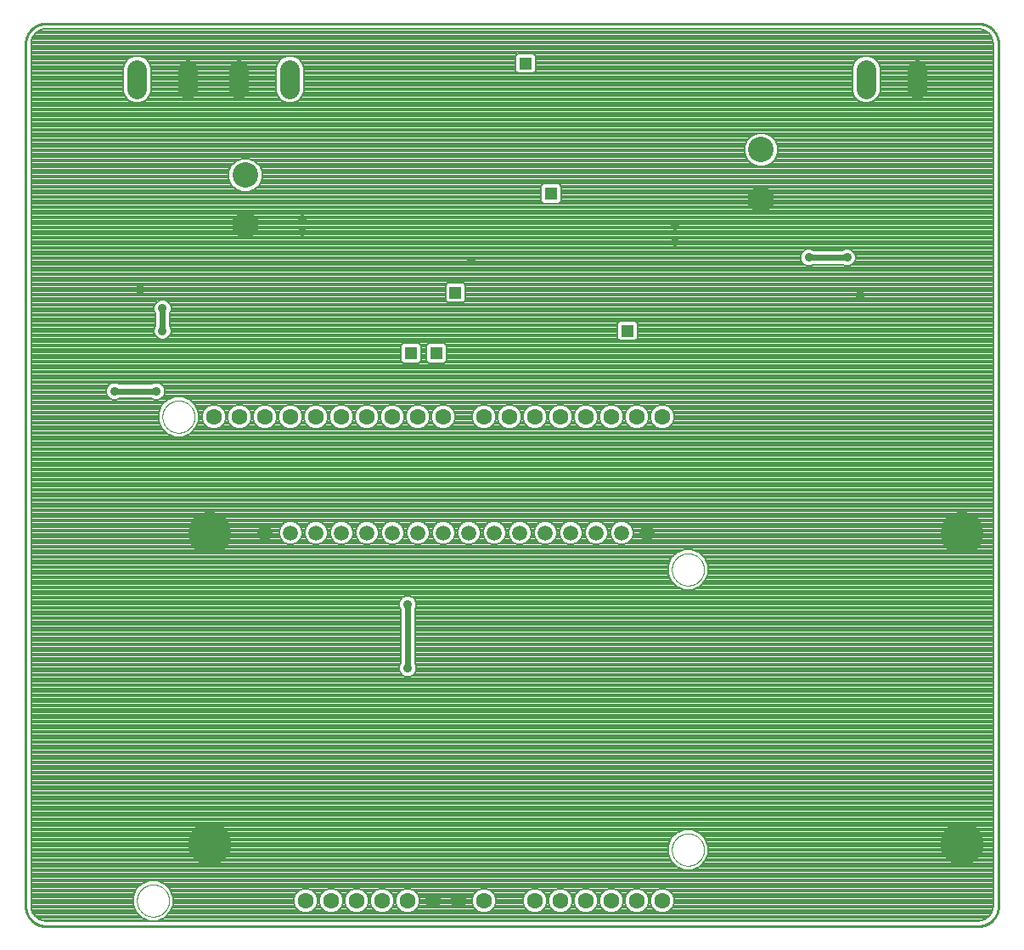
<source format=gbl>
G75*
%MOIN*%
%OFA0B0*%
%FSLAX25Y25*%
%IPPOS*%
%LPD*%
%AMOC8*
5,1,8,0,0,1.08239X$1,22.5*
%
%ADD10C,0.01000*%
%ADD11C,0.00000*%
%ADD12C,0.06299*%
%ADD13C,0.05906*%
%ADD14C,0.16992*%
%ADD15C,0.10000*%
%ADD16OC8,0.10000*%
%ADD17C,0.07677*%
%ADD18C,0.03562*%
%ADD19C,0.02400*%
%ADD20C,0.00800*%
%ADD21R,0.04724X0.04724*%
D10*
X0030095Y0010207D02*
X0030095Y0348790D01*
X0030097Y0348980D01*
X0030104Y0349170D01*
X0030116Y0349360D01*
X0030132Y0349550D01*
X0030152Y0349739D01*
X0030178Y0349928D01*
X0030207Y0350116D01*
X0030242Y0350303D01*
X0030281Y0350489D01*
X0030324Y0350674D01*
X0030372Y0350859D01*
X0030424Y0351042D01*
X0030480Y0351223D01*
X0030541Y0351403D01*
X0030607Y0351582D01*
X0030676Y0351759D01*
X0030750Y0351935D01*
X0030828Y0352108D01*
X0030911Y0352280D01*
X0030997Y0352449D01*
X0031087Y0352617D01*
X0031182Y0352782D01*
X0031280Y0352945D01*
X0031383Y0353105D01*
X0031489Y0353263D01*
X0031599Y0353418D01*
X0031712Y0353571D01*
X0031830Y0353721D01*
X0031951Y0353867D01*
X0032075Y0354011D01*
X0032203Y0354152D01*
X0032334Y0354290D01*
X0032469Y0354425D01*
X0032607Y0354556D01*
X0032748Y0354684D01*
X0032892Y0354808D01*
X0033038Y0354929D01*
X0033188Y0355047D01*
X0033341Y0355160D01*
X0033496Y0355270D01*
X0033654Y0355376D01*
X0033814Y0355479D01*
X0033977Y0355577D01*
X0034142Y0355672D01*
X0034310Y0355762D01*
X0034479Y0355848D01*
X0034651Y0355931D01*
X0034824Y0356009D01*
X0035000Y0356083D01*
X0035177Y0356152D01*
X0035356Y0356218D01*
X0035536Y0356279D01*
X0035717Y0356335D01*
X0035900Y0356387D01*
X0036085Y0356435D01*
X0036270Y0356478D01*
X0036456Y0356517D01*
X0036643Y0356552D01*
X0036831Y0356581D01*
X0037020Y0356607D01*
X0037209Y0356627D01*
X0037399Y0356643D01*
X0037589Y0356655D01*
X0037779Y0356662D01*
X0037969Y0356664D01*
X0404111Y0356664D01*
X0404301Y0356662D01*
X0404491Y0356655D01*
X0404681Y0356643D01*
X0404871Y0356627D01*
X0405060Y0356607D01*
X0405249Y0356581D01*
X0405437Y0356552D01*
X0405624Y0356517D01*
X0405810Y0356478D01*
X0405995Y0356435D01*
X0406180Y0356387D01*
X0406363Y0356335D01*
X0406544Y0356279D01*
X0406724Y0356218D01*
X0406903Y0356152D01*
X0407080Y0356083D01*
X0407256Y0356009D01*
X0407429Y0355931D01*
X0407601Y0355848D01*
X0407770Y0355762D01*
X0407938Y0355672D01*
X0408103Y0355577D01*
X0408266Y0355479D01*
X0408426Y0355376D01*
X0408584Y0355270D01*
X0408739Y0355160D01*
X0408892Y0355047D01*
X0409042Y0354929D01*
X0409188Y0354808D01*
X0409332Y0354684D01*
X0409473Y0354556D01*
X0409611Y0354425D01*
X0409746Y0354290D01*
X0409877Y0354152D01*
X0410005Y0354011D01*
X0410129Y0353867D01*
X0410250Y0353721D01*
X0410368Y0353571D01*
X0410481Y0353418D01*
X0410591Y0353263D01*
X0410697Y0353105D01*
X0410800Y0352945D01*
X0410898Y0352782D01*
X0410993Y0352617D01*
X0411083Y0352449D01*
X0411169Y0352280D01*
X0411252Y0352108D01*
X0411330Y0351935D01*
X0411404Y0351759D01*
X0411473Y0351582D01*
X0411539Y0351403D01*
X0411600Y0351223D01*
X0411656Y0351042D01*
X0411708Y0350859D01*
X0411756Y0350674D01*
X0411799Y0350489D01*
X0411838Y0350303D01*
X0411873Y0350116D01*
X0411902Y0349928D01*
X0411928Y0349739D01*
X0411948Y0349550D01*
X0411964Y0349360D01*
X0411976Y0349170D01*
X0411983Y0348980D01*
X0411985Y0348790D01*
X0411985Y0010207D01*
X0411983Y0010017D01*
X0411976Y0009827D01*
X0411964Y0009637D01*
X0411948Y0009447D01*
X0411928Y0009258D01*
X0411902Y0009069D01*
X0411873Y0008881D01*
X0411838Y0008694D01*
X0411799Y0008508D01*
X0411756Y0008323D01*
X0411708Y0008138D01*
X0411656Y0007955D01*
X0411600Y0007774D01*
X0411539Y0007594D01*
X0411473Y0007415D01*
X0411404Y0007238D01*
X0411330Y0007062D01*
X0411252Y0006889D01*
X0411169Y0006717D01*
X0411083Y0006548D01*
X0410993Y0006380D01*
X0410898Y0006215D01*
X0410800Y0006052D01*
X0410697Y0005892D01*
X0410591Y0005734D01*
X0410481Y0005579D01*
X0410368Y0005426D01*
X0410250Y0005276D01*
X0410129Y0005130D01*
X0410005Y0004986D01*
X0409877Y0004845D01*
X0409746Y0004707D01*
X0409611Y0004572D01*
X0409473Y0004441D01*
X0409332Y0004313D01*
X0409188Y0004189D01*
X0409042Y0004068D01*
X0408892Y0003950D01*
X0408739Y0003837D01*
X0408584Y0003727D01*
X0408426Y0003621D01*
X0408266Y0003518D01*
X0408103Y0003420D01*
X0407938Y0003325D01*
X0407770Y0003235D01*
X0407601Y0003149D01*
X0407429Y0003066D01*
X0407256Y0002988D01*
X0407080Y0002914D01*
X0406903Y0002845D01*
X0406724Y0002779D01*
X0406544Y0002718D01*
X0406363Y0002662D01*
X0406180Y0002610D01*
X0405995Y0002562D01*
X0405810Y0002519D01*
X0405624Y0002480D01*
X0405437Y0002445D01*
X0405249Y0002416D01*
X0405060Y0002390D01*
X0404871Y0002370D01*
X0404681Y0002354D01*
X0404491Y0002342D01*
X0404301Y0002335D01*
X0404111Y0002333D01*
X0286158Y0002333D01*
X0286095Y0002333D01*
X0037969Y0002333D01*
X0037779Y0002335D01*
X0037589Y0002342D01*
X0037399Y0002354D01*
X0037209Y0002370D01*
X0037020Y0002390D01*
X0036831Y0002416D01*
X0036643Y0002445D01*
X0036456Y0002480D01*
X0036270Y0002519D01*
X0036085Y0002562D01*
X0035900Y0002610D01*
X0035717Y0002662D01*
X0035536Y0002718D01*
X0035356Y0002779D01*
X0035177Y0002845D01*
X0035000Y0002914D01*
X0034824Y0002988D01*
X0034651Y0003066D01*
X0034479Y0003149D01*
X0034310Y0003235D01*
X0034142Y0003325D01*
X0033977Y0003420D01*
X0033814Y0003518D01*
X0033654Y0003621D01*
X0033496Y0003727D01*
X0033341Y0003837D01*
X0033188Y0003950D01*
X0033038Y0004068D01*
X0032892Y0004189D01*
X0032748Y0004313D01*
X0032607Y0004441D01*
X0032469Y0004572D01*
X0032334Y0004707D01*
X0032203Y0004845D01*
X0032075Y0004986D01*
X0031951Y0005130D01*
X0031830Y0005276D01*
X0031712Y0005426D01*
X0031599Y0005579D01*
X0031489Y0005734D01*
X0031383Y0005892D01*
X0031280Y0006052D01*
X0031182Y0006215D01*
X0031087Y0006380D01*
X0030997Y0006548D01*
X0030911Y0006717D01*
X0030828Y0006889D01*
X0030750Y0007062D01*
X0030676Y0007238D01*
X0030607Y0007415D01*
X0030541Y0007594D01*
X0030480Y0007774D01*
X0030424Y0007955D01*
X0030372Y0008138D01*
X0030324Y0008323D01*
X0030281Y0008508D01*
X0030242Y0008694D01*
X0030207Y0008881D01*
X0030178Y0009069D01*
X0030152Y0009258D01*
X0030132Y0009447D01*
X0030116Y0009637D01*
X0030104Y0009827D01*
X0030097Y0010017D01*
X0030095Y0010207D01*
X0286095Y0002334D02*
X0286105Y0002341D01*
X0286115Y0002345D01*
X0286127Y0002347D01*
X0286139Y0002345D01*
X0286150Y0002341D01*
X0286159Y0002334D01*
D11*
X0283796Y0032333D02*
X0283798Y0032491D01*
X0283804Y0032649D01*
X0283814Y0032807D01*
X0283828Y0032965D01*
X0283846Y0033122D01*
X0283867Y0033279D01*
X0283893Y0033435D01*
X0283923Y0033591D01*
X0283956Y0033746D01*
X0283994Y0033899D01*
X0284035Y0034052D01*
X0284080Y0034204D01*
X0284129Y0034355D01*
X0284182Y0034504D01*
X0284238Y0034652D01*
X0284298Y0034798D01*
X0284362Y0034943D01*
X0284430Y0035086D01*
X0284501Y0035228D01*
X0284575Y0035368D01*
X0284653Y0035505D01*
X0284735Y0035641D01*
X0284819Y0035775D01*
X0284908Y0035906D01*
X0284999Y0036035D01*
X0285094Y0036162D01*
X0285191Y0036287D01*
X0285292Y0036409D01*
X0285396Y0036528D01*
X0285503Y0036645D01*
X0285613Y0036759D01*
X0285726Y0036870D01*
X0285841Y0036979D01*
X0285959Y0037084D01*
X0286080Y0037186D01*
X0286203Y0037286D01*
X0286329Y0037382D01*
X0286457Y0037475D01*
X0286587Y0037565D01*
X0286720Y0037651D01*
X0286855Y0037735D01*
X0286991Y0037814D01*
X0287130Y0037891D01*
X0287271Y0037963D01*
X0287413Y0038033D01*
X0287557Y0038098D01*
X0287703Y0038160D01*
X0287850Y0038218D01*
X0287999Y0038273D01*
X0288149Y0038324D01*
X0288300Y0038371D01*
X0288452Y0038414D01*
X0288605Y0038453D01*
X0288760Y0038489D01*
X0288915Y0038520D01*
X0289071Y0038548D01*
X0289227Y0038572D01*
X0289384Y0038592D01*
X0289542Y0038608D01*
X0289699Y0038620D01*
X0289858Y0038628D01*
X0290016Y0038632D01*
X0290174Y0038632D01*
X0290332Y0038628D01*
X0290491Y0038620D01*
X0290648Y0038608D01*
X0290806Y0038592D01*
X0290963Y0038572D01*
X0291119Y0038548D01*
X0291275Y0038520D01*
X0291430Y0038489D01*
X0291585Y0038453D01*
X0291738Y0038414D01*
X0291890Y0038371D01*
X0292041Y0038324D01*
X0292191Y0038273D01*
X0292340Y0038218D01*
X0292487Y0038160D01*
X0292633Y0038098D01*
X0292777Y0038033D01*
X0292919Y0037963D01*
X0293060Y0037891D01*
X0293199Y0037814D01*
X0293335Y0037735D01*
X0293470Y0037651D01*
X0293603Y0037565D01*
X0293733Y0037475D01*
X0293861Y0037382D01*
X0293987Y0037286D01*
X0294110Y0037186D01*
X0294231Y0037084D01*
X0294349Y0036979D01*
X0294464Y0036870D01*
X0294577Y0036759D01*
X0294687Y0036645D01*
X0294794Y0036528D01*
X0294898Y0036409D01*
X0294999Y0036287D01*
X0295096Y0036162D01*
X0295191Y0036035D01*
X0295282Y0035906D01*
X0295371Y0035775D01*
X0295455Y0035641D01*
X0295537Y0035505D01*
X0295615Y0035368D01*
X0295689Y0035228D01*
X0295760Y0035086D01*
X0295828Y0034943D01*
X0295892Y0034798D01*
X0295952Y0034652D01*
X0296008Y0034504D01*
X0296061Y0034355D01*
X0296110Y0034204D01*
X0296155Y0034052D01*
X0296196Y0033899D01*
X0296234Y0033746D01*
X0296267Y0033591D01*
X0296297Y0033435D01*
X0296323Y0033279D01*
X0296344Y0033122D01*
X0296362Y0032965D01*
X0296376Y0032807D01*
X0296386Y0032649D01*
X0296392Y0032491D01*
X0296394Y0032333D01*
X0296392Y0032175D01*
X0296386Y0032017D01*
X0296376Y0031859D01*
X0296362Y0031701D01*
X0296344Y0031544D01*
X0296323Y0031387D01*
X0296297Y0031231D01*
X0296267Y0031075D01*
X0296234Y0030920D01*
X0296196Y0030767D01*
X0296155Y0030614D01*
X0296110Y0030462D01*
X0296061Y0030311D01*
X0296008Y0030162D01*
X0295952Y0030014D01*
X0295892Y0029868D01*
X0295828Y0029723D01*
X0295760Y0029580D01*
X0295689Y0029438D01*
X0295615Y0029298D01*
X0295537Y0029161D01*
X0295455Y0029025D01*
X0295371Y0028891D01*
X0295282Y0028760D01*
X0295191Y0028631D01*
X0295096Y0028504D01*
X0294999Y0028379D01*
X0294898Y0028257D01*
X0294794Y0028138D01*
X0294687Y0028021D01*
X0294577Y0027907D01*
X0294464Y0027796D01*
X0294349Y0027687D01*
X0294231Y0027582D01*
X0294110Y0027480D01*
X0293987Y0027380D01*
X0293861Y0027284D01*
X0293733Y0027191D01*
X0293603Y0027101D01*
X0293470Y0027015D01*
X0293335Y0026931D01*
X0293199Y0026852D01*
X0293060Y0026775D01*
X0292919Y0026703D01*
X0292777Y0026633D01*
X0292633Y0026568D01*
X0292487Y0026506D01*
X0292340Y0026448D01*
X0292191Y0026393D01*
X0292041Y0026342D01*
X0291890Y0026295D01*
X0291738Y0026252D01*
X0291585Y0026213D01*
X0291430Y0026177D01*
X0291275Y0026146D01*
X0291119Y0026118D01*
X0290963Y0026094D01*
X0290806Y0026074D01*
X0290648Y0026058D01*
X0290491Y0026046D01*
X0290332Y0026038D01*
X0290174Y0026034D01*
X0290016Y0026034D01*
X0289858Y0026038D01*
X0289699Y0026046D01*
X0289542Y0026058D01*
X0289384Y0026074D01*
X0289227Y0026094D01*
X0289071Y0026118D01*
X0288915Y0026146D01*
X0288760Y0026177D01*
X0288605Y0026213D01*
X0288452Y0026252D01*
X0288300Y0026295D01*
X0288149Y0026342D01*
X0287999Y0026393D01*
X0287850Y0026448D01*
X0287703Y0026506D01*
X0287557Y0026568D01*
X0287413Y0026633D01*
X0287271Y0026703D01*
X0287130Y0026775D01*
X0286991Y0026852D01*
X0286855Y0026931D01*
X0286720Y0027015D01*
X0286587Y0027101D01*
X0286457Y0027191D01*
X0286329Y0027284D01*
X0286203Y0027380D01*
X0286080Y0027480D01*
X0285959Y0027582D01*
X0285841Y0027687D01*
X0285726Y0027796D01*
X0285613Y0027907D01*
X0285503Y0028021D01*
X0285396Y0028138D01*
X0285292Y0028257D01*
X0285191Y0028379D01*
X0285094Y0028504D01*
X0284999Y0028631D01*
X0284908Y0028760D01*
X0284819Y0028891D01*
X0284735Y0029025D01*
X0284653Y0029161D01*
X0284575Y0029298D01*
X0284501Y0029438D01*
X0284430Y0029580D01*
X0284362Y0029723D01*
X0284298Y0029868D01*
X0284238Y0030014D01*
X0284182Y0030162D01*
X0284129Y0030311D01*
X0284080Y0030462D01*
X0284035Y0030614D01*
X0283994Y0030767D01*
X0283956Y0030920D01*
X0283923Y0031075D01*
X0283893Y0031231D01*
X0283867Y0031387D01*
X0283846Y0031544D01*
X0283828Y0031701D01*
X0283814Y0031859D01*
X0283804Y0032017D01*
X0283798Y0032175D01*
X0283796Y0032333D01*
X0283796Y0142333D02*
X0283798Y0142491D01*
X0283804Y0142649D01*
X0283814Y0142807D01*
X0283828Y0142965D01*
X0283846Y0143122D01*
X0283867Y0143279D01*
X0283893Y0143435D01*
X0283923Y0143591D01*
X0283956Y0143746D01*
X0283994Y0143899D01*
X0284035Y0144052D01*
X0284080Y0144204D01*
X0284129Y0144355D01*
X0284182Y0144504D01*
X0284238Y0144652D01*
X0284298Y0144798D01*
X0284362Y0144943D01*
X0284430Y0145086D01*
X0284501Y0145228D01*
X0284575Y0145368D01*
X0284653Y0145505D01*
X0284735Y0145641D01*
X0284819Y0145775D01*
X0284908Y0145906D01*
X0284999Y0146035D01*
X0285094Y0146162D01*
X0285191Y0146287D01*
X0285292Y0146409D01*
X0285396Y0146528D01*
X0285503Y0146645D01*
X0285613Y0146759D01*
X0285726Y0146870D01*
X0285841Y0146979D01*
X0285959Y0147084D01*
X0286080Y0147186D01*
X0286203Y0147286D01*
X0286329Y0147382D01*
X0286457Y0147475D01*
X0286587Y0147565D01*
X0286720Y0147651D01*
X0286855Y0147735D01*
X0286991Y0147814D01*
X0287130Y0147891D01*
X0287271Y0147963D01*
X0287413Y0148033D01*
X0287557Y0148098D01*
X0287703Y0148160D01*
X0287850Y0148218D01*
X0287999Y0148273D01*
X0288149Y0148324D01*
X0288300Y0148371D01*
X0288452Y0148414D01*
X0288605Y0148453D01*
X0288760Y0148489D01*
X0288915Y0148520D01*
X0289071Y0148548D01*
X0289227Y0148572D01*
X0289384Y0148592D01*
X0289542Y0148608D01*
X0289699Y0148620D01*
X0289858Y0148628D01*
X0290016Y0148632D01*
X0290174Y0148632D01*
X0290332Y0148628D01*
X0290491Y0148620D01*
X0290648Y0148608D01*
X0290806Y0148592D01*
X0290963Y0148572D01*
X0291119Y0148548D01*
X0291275Y0148520D01*
X0291430Y0148489D01*
X0291585Y0148453D01*
X0291738Y0148414D01*
X0291890Y0148371D01*
X0292041Y0148324D01*
X0292191Y0148273D01*
X0292340Y0148218D01*
X0292487Y0148160D01*
X0292633Y0148098D01*
X0292777Y0148033D01*
X0292919Y0147963D01*
X0293060Y0147891D01*
X0293199Y0147814D01*
X0293335Y0147735D01*
X0293470Y0147651D01*
X0293603Y0147565D01*
X0293733Y0147475D01*
X0293861Y0147382D01*
X0293987Y0147286D01*
X0294110Y0147186D01*
X0294231Y0147084D01*
X0294349Y0146979D01*
X0294464Y0146870D01*
X0294577Y0146759D01*
X0294687Y0146645D01*
X0294794Y0146528D01*
X0294898Y0146409D01*
X0294999Y0146287D01*
X0295096Y0146162D01*
X0295191Y0146035D01*
X0295282Y0145906D01*
X0295371Y0145775D01*
X0295455Y0145641D01*
X0295537Y0145505D01*
X0295615Y0145368D01*
X0295689Y0145228D01*
X0295760Y0145086D01*
X0295828Y0144943D01*
X0295892Y0144798D01*
X0295952Y0144652D01*
X0296008Y0144504D01*
X0296061Y0144355D01*
X0296110Y0144204D01*
X0296155Y0144052D01*
X0296196Y0143899D01*
X0296234Y0143746D01*
X0296267Y0143591D01*
X0296297Y0143435D01*
X0296323Y0143279D01*
X0296344Y0143122D01*
X0296362Y0142965D01*
X0296376Y0142807D01*
X0296386Y0142649D01*
X0296392Y0142491D01*
X0296394Y0142333D01*
X0296392Y0142175D01*
X0296386Y0142017D01*
X0296376Y0141859D01*
X0296362Y0141701D01*
X0296344Y0141544D01*
X0296323Y0141387D01*
X0296297Y0141231D01*
X0296267Y0141075D01*
X0296234Y0140920D01*
X0296196Y0140767D01*
X0296155Y0140614D01*
X0296110Y0140462D01*
X0296061Y0140311D01*
X0296008Y0140162D01*
X0295952Y0140014D01*
X0295892Y0139868D01*
X0295828Y0139723D01*
X0295760Y0139580D01*
X0295689Y0139438D01*
X0295615Y0139298D01*
X0295537Y0139161D01*
X0295455Y0139025D01*
X0295371Y0138891D01*
X0295282Y0138760D01*
X0295191Y0138631D01*
X0295096Y0138504D01*
X0294999Y0138379D01*
X0294898Y0138257D01*
X0294794Y0138138D01*
X0294687Y0138021D01*
X0294577Y0137907D01*
X0294464Y0137796D01*
X0294349Y0137687D01*
X0294231Y0137582D01*
X0294110Y0137480D01*
X0293987Y0137380D01*
X0293861Y0137284D01*
X0293733Y0137191D01*
X0293603Y0137101D01*
X0293470Y0137015D01*
X0293335Y0136931D01*
X0293199Y0136852D01*
X0293060Y0136775D01*
X0292919Y0136703D01*
X0292777Y0136633D01*
X0292633Y0136568D01*
X0292487Y0136506D01*
X0292340Y0136448D01*
X0292191Y0136393D01*
X0292041Y0136342D01*
X0291890Y0136295D01*
X0291738Y0136252D01*
X0291585Y0136213D01*
X0291430Y0136177D01*
X0291275Y0136146D01*
X0291119Y0136118D01*
X0290963Y0136094D01*
X0290806Y0136074D01*
X0290648Y0136058D01*
X0290491Y0136046D01*
X0290332Y0136038D01*
X0290174Y0136034D01*
X0290016Y0136034D01*
X0289858Y0136038D01*
X0289699Y0136046D01*
X0289542Y0136058D01*
X0289384Y0136074D01*
X0289227Y0136094D01*
X0289071Y0136118D01*
X0288915Y0136146D01*
X0288760Y0136177D01*
X0288605Y0136213D01*
X0288452Y0136252D01*
X0288300Y0136295D01*
X0288149Y0136342D01*
X0287999Y0136393D01*
X0287850Y0136448D01*
X0287703Y0136506D01*
X0287557Y0136568D01*
X0287413Y0136633D01*
X0287271Y0136703D01*
X0287130Y0136775D01*
X0286991Y0136852D01*
X0286855Y0136931D01*
X0286720Y0137015D01*
X0286587Y0137101D01*
X0286457Y0137191D01*
X0286329Y0137284D01*
X0286203Y0137380D01*
X0286080Y0137480D01*
X0285959Y0137582D01*
X0285841Y0137687D01*
X0285726Y0137796D01*
X0285613Y0137907D01*
X0285503Y0138021D01*
X0285396Y0138138D01*
X0285292Y0138257D01*
X0285191Y0138379D01*
X0285094Y0138504D01*
X0284999Y0138631D01*
X0284908Y0138760D01*
X0284819Y0138891D01*
X0284735Y0139025D01*
X0284653Y0139161D01*
X0284575Y0139298D01*
X0284501Y0139438D01*
X0284430Y0139580D01*
X0284362Y0139723D01*
X0284298Y0139868D01*
X0284238Y0140014D01*
X0284182Y0140162D01*
X0284129Y0140311D01*
X0284080Y0140462D01*
X0284035Y0140614D01*
X0283994Y0140767D01*
X0283956Y0140920D01*
X0283923Y0141075D01*
X0283893Y0141231D01*
X0283867Y0141387D01*
X0283846Y0141544D01*
X0283828Y0141701D01*
X0283814Y0141859D01*
X0283804Y0142017D01*
X0283798Y0142175D01*
X0283796Y0142333D01*
X0083796Y0202333D02*
X0083798Y0202491D01*
X0083804Y0202649D01*
X0083814Y0202807D01*
X0083828Y0202965D01*
X0083846Y0203122D01*
X0083867Y0203279D01*
X0083893Y0203435D01*
X0083923Y0203591D01*
X0083956Y0203746D01*
X0083994Y0203899D01*
X0084035Y0204052D01*
X0084080Y0204204D01*
X0084129Y0204355D01*
X0084182Y0204504D01*
X0084238Y0204652D01*
X0084298Y0204798D01*
X0084362Y0204943D01*
X0084430Y0205086D01*
X0084501Y0205228D01*
X0084575Y0205368D01*
X0084653Y0205505D01*
X0084735Y0205641D01*
X0084819Y0205775D01*
X0084908Y0205906D01*
X0084999Y0206035D01*
X0085094Y0206162D01*
X0085191Y0206287D01*
X0085292Y0206409D01*
X0085396Y0206528D01*
X0085503Y0206645D01*
X0085613Y0206759D01*
X0085726Y0206870D01*
X0085841Y0206979D01*
X0085959Y0207084D01*
X0086080Y0207186D01*
X0086203Y0207286D01*
X0086329Y0207382D01*
X0086457Y0207475D01*
X0086587Y0207565D01*
X0086720Y0207651D01*
X0086855Y0207735D01*
X0086991Y0207814D01*
X0087130Y0207891D01*
X0087271Y0207963D01*
X0087413Y0208033D01*
X0087557Y0208098D01*
X0087703Y0208160D01*
X0087850Y0208218D01*
X0087999Y0208273D01*
X0088149Y0208324D01*
X0088300Y0208371D01*
X0088452Y0208414D01*
X0088605Y0208453D01*
X0088760Y0208489D01*
X0088915Y0208520D01*
X0089071Y0208548D01*
X0089227Y0208572D01*
X0089384Y0208592D01*
X0089542Y0208608D01*
X0089699Y0208620D01*
X0089858Y0208628D01*
X0090016Y0208632D01*
X0090174Y0208632D01*
X0090332Y0208628D01*
X0090491Y0208620D01*
X0090648Y0208608D01*
X0090806Y0208592D01*
X0090963Y0208572D01*
X0091119Y0208548D01*
X0091275Y0208520D01*
X0091430Y0208489D01*
X0091585Y0208453D01*
X0091738Y0208414D01*
X0091890Y0208371D01*
X0092041Y0208324D01*
X0092191Y0208273D01*
X0092340Y0208218D01*
X0092487Y0208160D01*
X0092633Y0208098D01*
X0092777Y0208033D01*
X0092919Y0207963D01*
X0093060Y0207891D01*
X0093199Y0207814D01*
X0093335Y0207735D01*
X0093470Y0207651D01*
X0093603Y0207565D01*
X0093733Y0207475D01*
X0093861Y0207382D01*
X0093987Y0207286D01*
X0094110Y0207186D01*
X0094231Y0207084D01*
X0094349Y0206979D01*
X0094464Y0206870D01*
X0094577Y0206759D01*
X0094687Y0206645D01*
X0094794Y0206528D01*
X0094898Y0206409D01*
X0094999Y0206287D01*
X0095096Y0206162D01*
X0095191Y0206035D01*
X0095282Y0205906D01*
X0095371Y0205775D01*
X0095455Y0205641D01*
X0095537Y0205505D01*
X0095615Y0205368D01*
X0095689Y0205228D01*
X0095760Y0205086D01*
X0095828Y0204943D01*
X0095892Y0204798D01*
X0095952Y0204652D01*
X0096008Y0204504D01*
X0096061Y0204355D01*
X0096110Y0204204D01*
X0096155Y0204052D01*
X0096196Y0203899D01*
X0096234Y0203746D01*
X0096267Y0203591D01*
X0096297Y0203435D01*
X0096323Y0203279D01*
X0096344Y0203122D01*
X0096362Y0202965D01*
X0096376Y0202807D01*
X0096386Y0202649D01*
X0096392Y0202491D01*
X0096394Y0202333D01*
X0096392Y0202175D01*
X0096386Y0202017D01*
X0096376Y0201859D01*
X0096362Y0201701D01*
X0096344Y0201544D01*
X0096323Y0201387D01*
X0096297Y0201231D01*
X0096267Y0201075D01*
X0096234Y0200920D01*
X0096196Y0200767D01*
X0096155Y0200614D01*
X0096110Y0200462D01*
X0096061Y0200311D01*
X0096008Y0200162D01*
X0095952Y0200014D01*
X0095892Y0199868D01*
X0095828Y0199723D01*
X0095760Y0199580D01*
X0095689Y0199438D01*
X0095615Y0199298D01*
X0095537Y0199161D01*
X0095455Y0199025D01*
X0095371Y0198891D01*
X0095282Y0198760D01*
X0095191Y0198631D01*
X0095096Y0198504D01*
X0094999Y0198379D01*
X0094898Y0198257D01*
X0094794Y0198138D01*
X0094687Y0198021D01*
X0094577Y0197907D01*
X0094464Y0197796D01*
X0094349Y0197687D01*
X0094231Y0197582D01*
X0094110Y0197480D01*
X0093987Y0197380D01*
X0093861Y0197284D01*
X0093733Y0197191D01*
X0093603Y0197101D01*
X0093470Y0197015D01*
X0093335Y0196931D01*
X0093199Y0196852D01*
X0093060Y0196775D01*
X0092919Y0196703D01*
X0092777Y0196633D01*
X0092633Y0196568D01*
X0092487Y0196506D01*
X0092340Y0196448D01*
X0092191Y0196393D01*
X0092041Y0196342D01*
X0091890Y0196295D01*
X0091738Y0196252D01*
X0091585Y0196213D01*
X0091430Y0196177D01*
X0091275Y0196146D01*
X0091119Y0196118D01*
X0090963Y0196094D01*
X0090806Y0196074D01*
X0090648Y0196058D01*
X0090491Y0196046D01*
X0090332Y0196038D01*
X0090174Y0196034D01*
X0090016Y0196034D01*
X0089858Y0196038D01*
X0089699Y0196046D01*
X0089542Y0196058D01*
X0089384Y0196074D01*
X0089227Y0196094D01*
X0089071Y0196118D01*
X0088915Y0196146D01*
X0088760Y0196177D01*
X0088605Y0196213D01*
X0088452Y0196252D01*
X0088300Y0196295D01*
X0088149Y0196342D01*
X0087999Y0196393D01*
X0087850Y0196448D01*
X0087703Y0196506D01*
X0087557Y0196568D01*
X0087413Y0196633D01*
X0087271Y0196703D01*
X0087130Y0196775D01*
X0086991Y0196852D01*
X0086855Y0196931D01*
X0086720Y0197015D01*
X0086587Y0197101D01*
X0086457Y0197191D01*
X0086329Y0197284D01*
X0086203Y0197380D01*
X0086080Y0197480D01*
X0085959Y0197582D01*
X0085841Y0197687D01*
X0085726Y0197796D01*
X0085613Y0197907D01*
X0085503Y0198021D01*
X0085396Y0198138D01*
X0085292Y0198257D01*
X0085191Y0198379D01*
X0085094Y0198504D01*
X0084999Y0198631D01*
X0084908Y0198760D01*
X0084819Y0198891D01*
X0084735Y0199025D01*
X0084653Y0199161D01*
X0084575Y0199298D01*
X0084501Y0199438D01*
X0084430Y0199580D01*
X0084362Y0199723D01*
X0084298Y0199868D01*
X0084238Y0200014D01*
X0084182Y0200162D01*
X0084129Y0200311D01*
X0084080Y0200462D01*
X0084035Y0200614D01*
X0083994Y0200767D01*
X0083956Y0200920D01*
X0083923Y0201075D01*
X0083893Y0201231D01*
X0083867Y0201387D01*
X0083846Y0201544D01*
X0083828Y0201701D01*
X0083814Y0201859D01*
X0083804Y0202017D01*
X0083798Y0202175D01*
X0083796Y0202333D01*
X0073796Y0012333D02*
X0073798Y0012491D01*
X0073804Y0012649D01*
X0073814Y0012807D01*
X0073828Y0012965D01*
X0073846Y0013122D01*
X0073867Y0013279D01*
X0073893Y0013435D01*
X0073923Y0013591D01*
X0073956Y0013746D01*
X0073994Y0013899D01*
X0074035Y0014052D01*
X0074080Y0014204D01*
X0074129Y0014355D01*
X0074182Y0014504D01*
X0074238Y0014652D01*
X0074298Y0014798D01*
X0074362Y0014943D01*
X0074430Y0015086D01*
X0074501Y0015228D01*
X0074575Y0015368D01*
X0074653Y0015505D01*
X0074735Y0015641D01*
X0074819Y0015775D01*
X0074908Y0015906D01*
X0074999Y0016035D01*
X0075094Y0016162D01*
X0075191Y0016287D01*
X0075292Y0016409D01*
X0075396Y0016528D01*
X0075503Y0016645D01*
X0075613Y0016759D01*
X0075726Y0016870D01*
X0075841Y0016979D01*
X0075959Y0017084D01*
X0076080Y0017186D01*
X0076203Y0017286D01*
X0076329Y0017382D01*
X0076457Y0017475D01*
X0076587Y0017565D01*
X0076720Y0017651D01*
X0076855Y0017735D01*
X0076991Y0017814D01*
X0077130Y0017891D01*
X0077271Y0017963D01*
X0077413Y0018033D01*
X0077557Y0018098D01*
X0077703Y0018160D01*
X0077850Y0018218D01*
X0077999Y0018273D01*
X0078149Y0018324D01*
X0078300Y0018371D01*
X0078452Y0018414D01*
X0078605Y0018453D01*
X0078760Y0018489D01*
X0078915Y0018520D01*
X0079071Y0018548D01*
X0079227Y0018572D01*
X0079384Y0018592D01*
X0079542Y0018608D01*
X0079699Y0018620D01*
X0079858Y0018628D01*
X0080016Y0018632D01*
X0080174Y0018632D01*
X0080332Y0018628D01*
X0080491Y0018620D01*
X0080648Y0018608D01*
X0080806Y0018592D01*
X0080963Y0018572D01*
X0081119Y0018548D01*
X0081275Y0018520D01*
X0081430Y0018489D01*
X0081585Y0018453D01*
X0081738Y0018414D01*
X0081890Y0018371D01*
X0082041Y0018324D01*
X0082191Y0018273D01*
X0082340Y0018218D01*
X0082487Y0018160D01*
X0082633Y0018098D01*
X0082777Y0018033D01*
X0082919Y0017963D01*
X0083060Y0017891D01*
X0083199Y0017814D01*
X0083335Y0017735D01*
X0083470Y0017651D01*
X0083603Y0017565D01*
X0083733Y0017475D01*
X0083861Y0017382D01*
X0083987Y0017286D01*
X0084110Y0017186D01*
X0084231Y0017084D01*
X0084349Y0016979D01*
X0084464Y0016870D01*
X0084577Y0016759D01*
X0084687Y0016645D01*
X0084794Y0016528D01*
X0084898Y0016409D01*
X0084999Y0016287D01*
X0085096Y0016162D01*
X0085191Y0016035D01*
X0085282Y0015906D01*
X0085371Y0015775D01*
X0085455Y0015641D01*
X0085537Y0015505D01*
X0085615Y0015368D01*
X0085689Y0015228D01*
X0085760Y0015086D01*
X0085828Y0014943D01*
X0085892Y0014798D01*
X0085952Y0014652D01*
X0086008Y0014504D01*
X0086061Y0014355D01*
X0086110Y0014204D01*
X0086155Y0014052D01*
X0086196Y0013899D01*
X0086234Y0013746D01*
X0086267Y0013591D01*
X0086297Y0013435D01*
X0086323Y0013279D01*
X0086344Y0013122D01*
X0086362Y0012965D01*
X0086376Y0012807D01*
X0086386Y0012649D01*
X0086392Y0012491D01*
X0086394Y0012333D01*
X0086392Y0012175D01*
X0086386Y0012017D01*
X0086376Y0011859D01*
X0086362Y0011701D01*
X0086344Y0011544D01*
X0086323Y0011387D01*
X0086297Y0011231D01*
X0086267Y0011075D01*
X0086234Y0010920D01*
X0086196Y0010767D01*
X0086155Y0010614D01*
X0086110Y0010462D01*
X0086061Y0010311D01*
X0086008Y0010162D01*
X0085952Y0010014D01*
X0085892Y0009868D01*
X0085828Y0009723D01*
X0085760Y0009580D01*
X0085689Y0009438D01*
X0085615Y0009298D01*
X0085537Y0009161D01*
X0085455Y0009025D01*
X0085371Y0008891D01*
X0085282Y0008760D01*
X0085191Y0008631D01*
X0085096Y0008504D01*
X0084999Y0008379D01*
X0084898Y0008257D01*
X0084794Y0008138D01*
X0084687Y0008021D01*
X0084577Y0007907D01*
X0084464Y0007796D01*
X0084349Y0007687D01*
X0084231Y0007582D01*
X0084110Y0007480D01*
X0083987Y0007380D01*
X0083861Y0007284D01*
X0083733Y0007191D01*
X0083603Y0007101D01*
X0083470Y0007015D01*
X0083335Y0006931D01*
X0083199Y0006852D01*
X0083060Y0006775D01*
X0082919Y0006703D01*
X0082777Y0006633D01*
X0082633Y0006568D01*
X0082487Y0006506D01*
X0082340Y0006448D01*
X0082191Y0006393D01*
X0082041Y0006342D01*
X0081890Y0006295D01*
X0081738Y0006252D01*
X0081585Y0006213D01*
X0081430Y0006177D01*
X0081275Y0006146D01*
X0081119Y0006118D01*
X0080963Y0006094D01*
X0080806Y0006074D01*
X0080648Y0006058D01*
X0080491Y0006046D01*
X0080332Y0006038D01*
X0080174Y0006034D01*
X0080016Y0006034D01*
X0079858Y0006038D01*
X0079699Y0006046D01*
X0079542Y0006058D01*
X0079384Y0006074D01*
X0079227Y0006094D01*
X0079071Y0006118D01*
X0078915Y0006146D01*
X0078760Y0006177D01*
X0078605Y0006213D01*
X0078452Y0006252D01*
X0078300Y0006295D01*
X0078149Y0006342D01*
X0077999Y0006393D01*
X0077850Y0006448D01*
X0077703Y0006506D01*
X0077557Y0006568D01*
X0077413Y0006633D01*
X0077271Y0006703D01*
X0077130Y0006775D01*
X0076991Y0006852D01*
X0076855Y0006931D01*
X0076720Y0007015D01*
X0076587Y0007101D01*
X0076457Y0007191D01*
X0076329Y0007284D01*
X0076203Y0007380D01*
X0076080Y0007480D01*
X0075959Y0007582D01*
X0075841Y0007687D01*
X0075726Y0007796D01*
X0075613Y0007907D01*
X0075503Y0008021D01*
X0075396Y0008138D01*
X0075292Y0008257D01*
X0075191Y0008379D01*
X0075094Y0008504D01*
X0074999Y0008631D01*
X0074908Y0008760D01*
X0074819Y0008891D01*
X0074735Y0009025D01*
X0074653Y0009161D01*
X0074575Y0009298D01*
X0074501Y0009438D01*
X0074430Y0009580D01*
X0074362Y0009723D01*
X0074298Y0009868D01*
X0074238Y0010014D01*
X0074182Y0010162D01*
X0074129Y0010311D01*
X0074080Y0010462D01*
X0074035Y0010614D01*
X0073994Y0010767D01*
X0073956Y0010920D01*
X0073923Y0011075D01*
X0073893Y0011231D01*
X0073867Y0011387D01*
X0073846Y0011544D01*
X0073828Y0011701D01*
X0073814Y0011859D01*
X0073804Y0012017D01*
X0073798Y0012175D01*
X0073796Y0012333D01*
D12*
X0140095Y0012333D03*
X0150095Y0012333D03*
X0160095Y0012333D03*
X0170095Y0012333D03*
X0180095Y0012333D03*
X0190095Y0012333D03*
X0200095Y0012333D03*
X0210095Y0012333D03*
X0230095Y0012333D03*
X0240095Y0012333D03*
X0250095Y0012333D03*
X0260095Y0012333D03*
X0270095Y0012333D03*
X0280095Y0012333D03*
X0280095Y0202333D03*
X0270095Y0202333D03*
X0260095Y0202333D03*
X0250095Y0202333D03*
X0240095Y0202333D03*
X0230095Y0202333D03*
X0220095Y0202333D03*
X0210095Y0202333D03*
X0194095Y0202333D03*
X0184095Y0202333D03*
X0174095Y0202333D03*
X0164095Y0202333D03*
X0154095Y0202333D03*
X0144095Y0202333D03*
X0134095Y0202333D03*
X0124095Y0202333D03*
X0114095Y0202333D03*
X0104095Y0202333D03*
D13*
X0124091Y0156723D03*
X0134091Y0156723D03*
X0144091Y0156723D03*
X0154091Y0156723D03*
X0164091Y0156723D03*
X0174091Y0156723D03*
X0184091Y0156723D03*
X0194091Y0156723D03*
X0204091Y0156723D03*
X0214091Y0156723D03*
X0224091Y0156723D03*
X0234091Y0156723D03*
X0244091Y0156723D03*
X0254091Y0156723D03*
X0264091Y0156723D03*
X0274091Y0156723D03*
D14*
X0397713Y0156723D03*
X0397713Y0034676D03*
X0102438Y0034676D03*
X0102438Y0156723D03*
D15*
X0116345Y0297176D03*
X0318845Y0307176D03*
D16*
X0318845Y0287491D03*
X0116345Y0277491D03*
D17*
X0113845Y0330995D02*
X0113845Y0338672D01*
X0093845Y0338672D02*
X0093845Y0330995D01*
X0073845Y0330995D02*
X0073845Y0338672D01*
X0133845Y0338672D02*
X0133845Y0330995D01*
X0360095Y0330995D02*
X0360095Y0338672D01*
X0380095Y0338672D02*
X0380095Y0330995D01*
D18*
X0352595Y0264833D03*
X0337595Y0264833D03*
X0357595Y0249833D03*
X0285095Y0271083D03*
X0285095Y0277333D03*
X0266345Y0236083D03*
X0205095Y0263583D03*
X0138845Y0274833D03*
X0138845Y0279833D03*
X0083845Y0244833D03*
X0075095Y0252333D03*
X0083845Y0236083D03*
X0081345Y0212333D03*
X0065095Y0212333D03*
X0180095Y0128583D03*
X0180095Y0103583D03*
D19*
X0180095Y0128583D01*
X0081345Y0212333D02*
X0065095Y0212333D01*
X0083845Y0236083D02*
X0083845Y0244833D01*
X0337595Y0264833D02*
X0352595Y0264833D01*
D20*
X0355680Y0263447D02*
X0409885Y0263447D01*
X0409885Y0264245D02*
X0355976Y0264245D01*
X0355976Y0264161D02*
X0355976Y0265506D01*
X0355461Y0266749D01*
X0354510Y0267700D01*
X0353268Y0268214D01*
X0351923Y0268214D01*
X0350680Y0267700D01*
X0350614Y0267633D01*
X0339577Y0267633D01*
X0339510Y0267700D01*
X0338268Y0268214D01*
X0336923Y0268214D01*
X0335680Y0267700D01*
X0334729Y0266749D01*
X0334214Y0265506D01*
X0334214Y0264161D01*
X0334729Y0262918D01*
X0335680Y0261967D01*
X0336923Y0261452D01*
X0338268Y0261452D01*
X0339510Y0261967D01*
X0339577Y0262033D01*
X0350614Y0262033D01*
X0350680Y0261967D01*
X0351923Y0261452D01*
X0353268Y0261452D01*
X0354510Y0261967D01*
X0355461Y0262918D01*
X0355976Y0264161D01*
X0355976Y0265044D02*
X0409885Y0265044D01*
X0409885Y0265842D02*
X0355837Y0265842D01*
X0355506Y0266641D02*
X0409885Y0266641D01*
X0409885Y0267439D02*
X0354771Y0267439D01*
X0355191Y0262648D02*
X0409885Y0262648D01*
X0409885Y0261850D02*
X0354227Y0261850D01*
X0350963Y0261850D02*
X0339227Y0261850D01*
X0335963Y0261850D02*
X0032195Y0261850D01*
X0032195Y0262648D02*
X0334999Y0262648D01*
X0334510Y0263447D02*
X0032195Y0263447D01*
X0032195Y0264245D02*
X0334214Y0264245D01*
X0334214Y0265044D02*
X0032195Y0265044D01*
X0032195Y0265842D02*
X0334353Y0265842D01*
X0334684Y0266641D02*
X0032195Y0266641D01*
X0032195Y0267439D02*
X0335419Y0267439D01*
X0321125Y0300977D02*
X0409885Y0300977D01*
X0409885Y0301775D02*
X0322778Y0301775D01*
X0322584Y0301581D02*
X0324440Y0303437D01*
X0325445Y0305863D01*
X0325445Y0308489D01*
X0324440Y0310914D01*
X0322584Y0312771D01*
X0320158Y0313776D01*
X0317532Y0313776D01*
X0315107Y0312771D01*
X0313250Y0310914D01*
X0312245Y0308489D01*
X0312245Y0305863D01*
X0313250Y0303437D01*
X0315107Y0301581D01*
X0317532Y0300576D01*
X0320158Y0300576D01*
X0322584Y0301581D01*
X0323577Y0302574D02*
X0409885Y0302574D01*
X0409885Y0303372D02*
X0324375Y0303372D01*
X0324744Y0304171D02*
X0409885Y0304171D01*
X0409885Y0304969D02*
X0325075Y0304969D01*
X0325406Y0305768D02*
X0409885Y0305768D01*
X0409885Y0306566D02*
X0325445Y0306566D01*
X0325445Y0307365D02*
X0409885Y0307365D01*
X0409885Y0308163D02*
X0325445Y0308163D01*
X0325249Y0308962D02*
X0409885Y0308962D01*
X0409885Y0309760D02*
X0324918Y0309760D01*
X0324588Y0310559D02*
X0409885Y0310559D01*
X0409885Y0311357D02*
X0323998Y0311357D01*
X0323199Y0312156D02*
X0409885Y0312156D01*
X0409885Y0312954D02*
X0322141Y0312954D01*
X0320214Y0313753D02*
X0409885Y0313753D01*
X0409885Y0314551D02*
X0032195Y0314551D01*
X0032195Y0313753D02*
X0317477Y0313753D01*
X0315549Y0312954D02*
X0032195Y0312954D01*
X0032195Y0312156D02*
X0314491Y0312156D01*
X0313693Y0311357D02*
X0032195Y0311357D01*
X0032195Y0310559D02*
X0313103Y0310559D01*
X0312772Y0309760D02*
X0032195Y0309760D01*
X0032195Y0308962D02*
X0312441Y0308962D01*
X0312245Y0308163D02*
X0032195Y0308163D01*
X0032195Y0307365D02*
X0312245Y0307365D01*
X0312245Y0306566D02*
X0032195Y0306566D01*
X0032195Y0305768D02*
X0312285Y0305768D01*
X0312615Y0304969D02*
X0032195Y0304969D01*
X0032195Y0304171D02*
X0312946Y0304171D01*
X0313315Y0303372D02*
X0118633Y0303372D01*
X0117658Y0303776D02*
X0115032Y0303776D01*
X0112607Y0302771D01*
X0110750Y0300914D01*
X0109745Y0298489D01*
X0109745Y0295863D01*
X0110750Y0293437D01*
X0112607Y0291581D01*
X0115032Y0290576D01*
X0117658Y0290576D01*
X0120084Y0291581D01*
X0121940Y0293437D01*
X0122945Y0295863D01*
X0122945Y0298489D01*
X0121940Y0300914D01*
X0120084Y0302771D01*
X0117658Y0303776D01*
X0120281Y0302574D02*
X0314114Y0302574D01*
X0314912Y0301775D02*
X0121080Y0301775D01*
X0121878Y0300977D02*
X0316565Y0300977D01*
X0355485Y0327914D02*
X0357014Y0326384D01*
X0359013Y0325556D01*
X0361177Y0325556D01*
X0363176Y0326384D01*
X0364706Y0327914D01*
X0365534Y0329913D01*
X0365534Y0339754D01*
X0364706Y0341753D01*
X0363176Y0343283D01*
X0361177Y0344110D01*
X0359013Y0344110D01*
X0357014Y0343283D01*
X0355485Y0341753D01*
X0354657Y0339754D01*
X0354657Y0329913D01*
X0355485Y0327914D01*
X0355397Y0328126D02*
X0138544Y0328126D01*
X0138456Y0327914D02*
X0139284Y0329913D01*
X0139284Y0339754D01*
X0138456Y0341753D01*
X0136926Y0343283D01*
X0134927Y0344110D01*
X0132763Y0344110D01*
X0130764Y0343283D01*
X0129235Y0341753D01*
X0128407Y0339754D01*
X0128407Y0329913D01*
X0129235Y0327914D01*
X0130764Y0326384D01*
X0132763Y0325556D01*
X0134927Y0325556D01*
X0136926Y0326384D01*
X0138456Y0327914D01*
X0137869Y0327327D02*
X0356071Y0327327D01*
X0356870Y0326529D02*
X0137071Y0326529D01*
X0135348Y0325730D02*
X0358593Y0325730D01*
X0361598Y0325730D02*
X0409885Y0325730D01*
X0409885Y0324932D02*
X0032195Y0324932D01*
X0032195Y0325730D02*
X0072343Y0325730D01*
X0072763Y0325556D02*
X0074927Y0325556D01*
X0076926Y0326384D01*
X0078456Y0327914D01*
X0079284Y0329913D01*
X0079284Y0339754D01*
X0078456Y0341753D01*
X0076926Y0343283D01*
X0074927Y0344110D01*
X0072763Y0344110D01*
X0070764Y0343283D01*
X0069235Y0341753D01*
X0068407Y0339754D01*
X0068407Y0329913D01*
X0069235Y0327914D01*
X0070764Y0326384D01*
X0072763Y0325556D01*
X0070620Y0326529D02*
X0032195Y0326529D01*
X0032195Y0327327D02*
X0069821Y0327327D01*
X0069147Y0328126D02*
X0032195Y0328126D01*
X0032195Y0328924D02*
X0068816Y0328924D01*
X0068485Y0329723D02*
X0032195Y0329723D01*
X0032195Y0330521D02*
X0068407Y0330521D01*
X0068407Y0331320D02*
X0032195Y0331320D01*
X0032195Y0332119D02*
X0068407Y0332119D01*
X0068407Y0332917D02*
X0032195Y0332917D01*
X0032195Y0333716D02*
X0068407Y0333716D01*
X0068407Y0334514D02*
X0032195Y0334514D01*
X0032195Y0335313D02*
X0068407Y0335313D01*
X0068407Y0336111D02*
X0032195Y0336111D01*
X0032195Y0336910D02*
X0068407Y0336910D01*
X0068407Y0337708D02*
X0032195Y0337708D01*
X0032195Y0338507D02*
X0068407Y0338507D01*
X0068407Y0339305D02*
X0032195Y0339305D01*
X0032195Y0340104D02*
X0068552Y0340104D01*
X0068882Y0340902D02*
X0032195Y0340902D01*
X0032195Y0341701D02*
X0069213Y0341701D01*
X0069981Y0342499D02*
X0032195Y0342499D01*
X0032195Y0343298D02*
X0070801Y0343298D01*
X0072729Y0344096D02*
X0032195Y0344096D01*
X0032195Y0344895D02*
X0223169Y0344895D01*
X0223320Y0345046D02*
X0222383Y0344108D01*
X0222383Y0338058D01*
X0223320Y0337121D01*
X0229370Y0337121D01*
X0230307Y0338058D01*
X0230307Y0344108D01*
X0229370Y0345046D01*
X0223320Y0345046D01*
X0222383Y0344096D02*
X0134961Y0344096D01*
X0136889Y0343298D02*
X0222383Y0343298D01*
X0222383Y0342499D02*
X0137709Y0342499D01*
X0138477Y0341701D02*
X0222383Y0341701D01*
X0222383Y0340902D02*
X0138808Y0340902D01*
X0139139Y0340104D02*
X0222383Y0340104D01*
X0222383Y0339305D02*
X0139284Y0339305D01*
X0139284Y0338507D02*
X0222383Y0338507D01*
X0222733Y0337708D02*
X0139284Y0337708D01*
X0139284Y0336910D02*
X0354657Y0336910D01*
X0354657Y0337708D02*
X0229957Y0337708D01*
X0230307Y0338507D02*
X0354657Y0338507D01*
X0354657Y0339305D02*
X0230307Y0339305D01*
X0230307Y0340104D02*
X0354802Y0340104D01*
X0355132Y0340902D02*
X0230307Y0340902D01*
X0230307Y0341701D02*
X0355463Y0341701D01*
X0356231Y0342499D02*
X0230307Y0342499D01*
X0230307Y0343298D02*
X0357051Y0343298D01*
X0358979Y0344096D02*
X0230307Y0344096D01*
X0229521Y0344895D02*
X0409885Y0344895D01*
X0409885Y0345693D02*
X0032195Y0345693D01*
X0032195Y0346492D02*
X0409885Y0346492D01*
X0409885Y0347290D02*
X0032195Y0347290D01*
X0032195Y0348089D02*
X0409885Y0348089D01*
X0409885Y0348790D02*
X0409885Y0010207D01*
X0409814Y0009304D01*
X0409256Y0007586D01*
X0408194Y0006124D01*
X0406732Y0005063D01*
X0405014Y0004504D01*
X0404111Y0004433D01*
X0286458Y0004433D01*
X0286127Y0004522D01*
X0286127Y0004522D01*
X0285796Y0004433D01*
X0037969Y0004433D01*
X0037066Y0004504D01*
X0035348Y0005063D01*
X0033886Y0006124D01*
X0032824Y0007586D01*
X0032266Y0009304D01*
X0032195Y0010207D01*
X0032195Y0348790D01*
X0032266Y0349693D01*
X0032824Y0351411D01*
X0033886Y0352873D01*
X0035348Y0353935D01*
X0037066Y0354493D01*
X0037969Y0354564D01*
X0404111Y0354564D01*
X0405014Y0354493D01*
X0406732Y0353935D01*
X0408194Y0352873D01*
X0409256Y0351411D01*
X0409814Y0349693D01*
X0409885Y0348790D01*
X0409877Y0348887D02*
X0032203Y0348887D01*
X0032266Y0349686D02*
X0409814Y0349686D01*
X0409557Y0350484D02*
X0032523Y0350484D01*
X0032783Y0351283D02*
X0409297Y0351283D01*
X0408769Y0352081D02*
X0033311Y0352081D01*
X0033896Y0352880D02*
X0408184Y0352880D01*
X0407085Y0353678D02*
X0034995Y0353678D01*
X0037016Y0354477D02*
X0405064Y0354477D01*
X0409885Y0344096D02*
X0361211Y0344096D01*
X0363139Y0343298D02*
X0409885Y0343298D01*
X0409885Y0342499D02*
X0363959Y0342499D01*
X0364727Y0341701D02*
X0409885Y0341701D01*
X0409885Y0340902D02*
X0365058Y0340902D01*
X0365389Y0340104D02*
X0409885Y0340104D01*
X0409885Y0339305D02*
X0365534Y0339305D01*
X0365534Y0338507D02*
X0409885Y0338507D01*
X0409885Y0337708D02*
X0365534Y0337708D01*
X0365534Y0336910D02*
X0409885Y0336910D01*
X0409885Y0336111D02*
X0365534Y0336111D01*
X0365534Y0335313D02*
X0409885Y0335313D01*
X0409885Y0334514D02*
X0365534Y0334514D01*
X0365534Y0333716D02*
X0409885Y0333716D01*
X0409885Y0332917D02*
X0365534Y0332917D01*
X0365534Y0332119D02*
X0409885Y0332119D01*
X0409885Y0331320D02*
X0365534Y0331320D01*
X0365534Y0330521D02*
X0409885Y0330521D01*
X0409885Y0329723D02*
X0365455Y0329723D01*
X0365124Y0328924D02*
X0409885Y0328924D01*
X0409885Y0328126D02*
X0364794Y0328126D01*
X0364119Y0327327D02*
X0409885Y0327327D01*
X0409885Y0326529D02*
X0363321Y0326529D01*
X0355066Y0328924D02*
X0138874Y0328924D01*
X0139205Y0329723D02*
X0354735Y0329723D01*
X0354657Y0330521D02*
X0139284Y0330521D01*
X0139284Y0331320D02*
X0354657Y0331320D01*
X0354657Y0332119D02*
X0139284Y0332119D01*
X0139284Y0332917D02*
X0354657Y0332917D01*
X0354657Y0333716D02*
X0139284Y0333716D01*
X0139284Y0334514D02*
X0354657Y0334514D01*
X0354657Y0335313D02*
X0139284Y0335313D01*
X0139284Y0336111D02*
X0354657Y0336111D01*
X0409885Y0324133D02*
X0032195Y0324133D01*
X0032195Y0323335D02*
X0409885Y0323335D01*
X0409885Y0322536D02*
X0032195Y0322536D01*
X0032195Y0321738D02*
X0409885Y0321738D01*
X0409885Y0320939D02*
X0032195Y0320939D01*
X0032195Y0320141D02*
X0409885Y0320141D01*
X0409885Y0319342D02*
X0032195Y0319342D01*
X0032195Y0318544D02*
X0409885Y0318544D01*
X0409885Y0317745D02*
X0032195Y0317745D01*
X0032195Y0316947D02*
X0409885Y0316947D01*
X0409885Y0316148D02*
X0032195Y0316148D01*
X0032195Y0315350D02*
X0409885Y0315350D01*
X0409885Y0300178D02*
X0122245Y0300178D01*
X0122576Y0299380D02*
X0409885Y0299380D01*
X0409885Y0298581D02*
X0122907Y0298581D01*
X0122945Y0297783D02*
X0409885Y0297783D01*
X0409885Y0296984D02*
X0122945Y0296984D01*
X0122945Y0296185D02*
X0409885Y0296185D01*
X0409885Y0295387D02*
X0122748Y0295387D01*
X0122417Y0294588D02*
X0409885Y0294588D01*
X0409885Y0293790D02*
X0239376Y0293790D01*
X0239370Y0293796D02*
X0233320Y0293796D01*
X0232383Y0292858D01*
X0232383Y0286808D01*
X0233320Y0285871D01*
X0239370Y0285871D01*
X0240307Y0286808D01*
X0240307Y0292858D01*
X0239370Y0293796D01*
X0240174Y0292991D02*
X0409885Y0292991D01*
X0409885Y0292193D02*
X0240307Y0292193D01*
X0240307Y0291394D02*
X0409885Y0291394D01*
X0409885Y0290596D02*
X0240307Y0290596D01*
X0240307Y0289797D02*
X0409885Y0289797D01*
X0409885Y0288999D02*
X0240307Y0288999D01*
X0240307Y0288200D02*
X0409885Y0288200D01*
X0409885Y0287402D02*
X0240307Y0287402D01*
X0240102Y0286603D02*
X0409885Y0286603D01*
X0409885Y0285805D02*
X0032195Y0285805D01*
X0032195Y0286603D02*
X0232588Y0286603D01*
X0232383Y0287402D02*
X0032195Y0287402D01*
X0032195Y0288200D02*
X0232383Y0288200D01*
X0232383Y0288999D02*
X0032195Y0288999D01*
X0032195Y0289797D02*
X0232383Y0289797D01*
X0232383Y0290596D02*
X0117706Y0290596D01*
X0119634Y0291394D02*
X0232383Y0291394D01*
X0232383Y0292193D02*
X0120696Y0292193D01*
X0121495Y0292991D02*
X0232516Y0292991D01*
X0233315Y0293790D02*
X0122086Y0293790D01*
X0114984Y0290596D02*
X0032195Y0290596D01*
X0032195Y0291394D02*
X0113056Y0291394D01*
X0111994Y0292193D02*
X0032195Y0292193D01*
X0032195Y0292991D02*
X0111196Y0292991D01*
X0110604Y0293790D02*
X0032195Y0293790D01*
X0032195Y0294588D02*
X0110273Y0294588D01*
X0109942Y0295387D02*
X0032195Y0295387D01*
X0032195Y0296185D02*
X0109745Y0296185D01*
X0109745Y0296984D02*
X0032195Y0296984D01*
X0032195Y0297783D02*
X0109745Y0297783D01*
X0109783Y0298581D02*
X0032195Y0298581D01*
X0032195Y0299380D02*
X0110114Y0299380D01*
X0110445Y0300178D02*
X0032195Y0300178D01*
X0032195Y0300977D02*
X0110812Y0300977D01*
X0111611Y0301775D02*
X0032195Y0301775D01*
X0032195Y0302574D02*
X0112409Y0302574D01*
X0114058Y0303372D02*
X0032195Y0303372D01*
X0032195Y0285006D02*
X0409885Y0285006D01*
X0409885Y0284208D02*
X0032195Y0284208D01*
X0032195Y0283409D02*
X0409885Y0283409D01*
X0409885Y0282611D02*
X0032195Y0282611D01*
X0032195Y0281812D02*
X0409885Y0281812D01*
X0409885Y0281014D02*
X0032195Y0281014D01*
X0032195Y0280215D02*
X0409885Y0280215D01*
X0409885Y0279417D02*
X0032195Y0279417D01*
X0032195Y0278618D02*
X0409885Y0278618D01*
X0409885Y0277820D02*
X0032195Y0277820D01*
X0032195Y0277021D02*
X0409885Y0277021D01*
X0409885Y0276223D02*
X0032195Y0276223D01*
X0032195Y0275424D02*
X0409885Y0275424D01*
X0409885Y0274626D02*
X0032195Y0274626D01*
X0032195Y0273827D02*
X0409885Y0273827D01*
X0409885Y0273029D02*
X0032195Y0273029D01*
X0032195Y0272230D02*
X0409885Y0272230D01*
X0409885Y0271432D02*
X0032195Y0271432D01*
X0032195Y0270633D02*
X0409885Y0270633D01*
X0409885Y0269835D02*
X0032195Y0269835D01*
X0032195Y0269036D02*
X0409885Y0269036D01*
X0409885Y0268238D02*
X0032195Y0268238D01*
X0032195Y0261051D02*
X0409885Y0261051D01*
X0409885Y0260252D02*
X0032195Y0260252D01*
X0032195Y0259454D02*
X0409885Y0259454D01*
X0409885Y0258655D02*
X0032195Y0258655D01*
X0032195Y0257857D02*
X0409885Y0257857D01*
X0409885Y0257058D02*
X0032195Y0257058D01*
X0032195Y0256260D02*
X0409885Y0256260D01*
X0409885Y0255461D02*
X0032195Y0255461D01*
X0032195Y0254663D02*
X0195438Y0254663D01*
X0195820Y0255046D02*
X0194883Y0254108D01*
X0194883Y0248058D01*
X0195820Y0247121D01*
X0201870Y0247121D01*
X0202807Y0248058D01*
X0202807Y0254108D01*
X0201870Y0255046D01*
X0195820Y0255046D01*
X0194883Y0253864D02*
X0032195Y0253864D01*
X0032195Y0253066D02*
X0194883Y0253066D01*
X0194883Y0252267D02*
X0032195Y0252267D01*
X0032195Y0251469D02*
X0194883Y0251469D01*
X0194883Y0250670D02*
X0032195Y0250670D01*
X0032195Y0249872D02*
X0194883Y0249872D01*
X0194883Y0249073D02*
X0032195Y0249073D01*
X0032195Y0248275D02*
X0194883Y0248275D01*
X0195465Y0247476D02*
X0085984Y0247476D01*
X0085760Y0247700D02*
X0084518Y0248214D01*
X0083173Y0248214D01*
X0081930Y0247700D01*
X0080979Y0246749D01*
X0080464Y0245506D01*
X0080464Y0244161D01*
X0080979Y0242918D01*
X0081045Y0242852D01*
X0081045Y0238065D01*
X0080979Y0237999D01*
X0080464Y0236756D01*
X0080464Y0235411D01*
X0080979Y0234168D01*
X0081930Y0233217D01*
X0083173Y0232702D01*
X0084518Y0232702D01*
X0085760Y0233217D01*
X0086711Y0234168D01*
X0087226Y0235411D01*
X0087226Y0236756D01*
X0086711Y0237999D01*
X0086645Y0238065D01*
X0086645Y0242852D01*
X0086711Y0242918D01*
X0087226Y0244161D01*
X0087226Y0245506D01*
X0086711Y0246749D01*
X0085760Y0247700D01*
X0086741Y0246678D02*
X0409885Y0246678D01*
X0409885Y0247476D02*
X0202225Y0247476D01*
X0202807Y0248275D02*
X0409885Y0248275D01*
X0409885Y0249073D02*
X0202807Y0249073D01*
X0202807Y0249872D02*
X0409885Y0249872D01*
X0409885Y0250670D02*
X0202807Y0250670D01*
X0202807Y0251469D02*
X0409885Y0251469D01*
X0409885Y0252267D02*
X0202807Y0252267D01*
X0202807Y0253066D02*
X0409885Y0253066D01*
X0409885Y0253864D02*
X0202807Y0253864D01*
X0202253Y0254663D02*
X0409885Y0254663D01*
X0409885Y0245879D02*
X0087072Y0245879D01*
X0087226Y0245081D02*
X0409885Y0245081D01*
X0409885Y0244282D02*
X0087226Y0244282D01*
X0086946Y0243484D02*
X0409885Y0243484D01*
X0409885Y0242685D02*
X0086645Y0242685D01*
X0086645Y0241887D02*
X0409885Y0241887D01*
X0409885Y0241088D02*
X0086645Y0241088D01*
X0086645Y0240290D02*
X0409885Y0240290D01*
X0409885Y0239491D02*
X0269924Y0239491D01*
X0270307Y0239108D02*
X0269370Y0240046D01*
X0263320Y0240046D01*
X0262383Y0239108D01*
X0262383Y0233058D01*
X0263320Y0232121D01*
X0269370Y0232121D01*
X0270307Y0233058D01*
X0270307Y0239108D01*
X0270307Y0238693D02*
X0409885Y0238693D01*
X0409885Y0237894D02*
X0270307Y0237894D01*
X0270307Y0237096D02*
X0409885Y0237096D01*
X0409885Y0236297D02*
X0270307Y0236297D01*
X0270307Y0235499D02*
X0409885Y0235499D01*
X0409885Y0234700D02*
X0270307Y0234700D01*
X0270307Y0233902D02*
X0409885Y0233902D01*
X0409885Y0233103D02*
X0270307Y0233103D01*
X0269554Y0232305D02*
X0409885Y0232305D01*
X0409885Y0231506D02*
X0032195Y0231506D01*
X0032195Y0230708D02*
X0177732Y0230708D01*
X0177383Y0230358D02*
X0177383Y0224308D01*
X0178320Y0223371D01*
X0184370Y0223371D01*
X0185307Y0224308D01*
X0185307Y0230358D01*
X0184370Y0231296D01*
X0178320Y0231296D01*
X0177383Y0230358D01*
X0177383Y0229909D02*
X0032195Y0229909D01*
X0032195Y0229111D02*
X0177383Y0229111D01*
X0177383Y0228312D02*
X0032195Y0228312D01*
X0032195Y0227514D02*
X0177383Y0227514D01*
X0177383Y0226715D02*
X0032195Y0226715D01*
X0032195Y0225916D02*
X0177383Y0225916D01*
X0177383Y0225118D02*
X0032195Y0225118D01*
X0032195Y0224319D02*
X0177383Y0224319D01*
X0178170Y0223521D02*
X0032195Y0223521D01*
X0032195Y0222722D02*
X0409885Y0222722D01*
X0409885Y0221924D02*
X0032195Y0221924D01*
X0032195Y0221125D02*
X0409885Y0221125D01*
X0409885Y0220327D02*
X0032195Y0220327D01*
X0032195Y0219528D02*
X0409885Y0219528D01*
X0409885Y0218730D02*
X0032195Y0218730D01*
X0032195Y0217931D02*
X0409885Y0217931D01*
X0409885Y0217133D02*
X0032195Y0217133D01*
X0032195Y0216334D02*
X0409885Y0216334D01*
X0409885Y0215536D02*
X0082449Y0215536D01*
X0082018Y0215714D02*
X0080673Y0215714D01*
X0079430Y0215200D01*
X0079364Y0215133D01*
X0067077Y0215133D01*
X0067010Y0215200D01*
X0065768Y0215714D01*
X0064423Y0215714D01*
X0063180Y0215200D01*
X0062229Y0214249D01*
X0061714Y0213006D01*
X0061714Y0211661D01*
X0062229Y0210418D01*
X0063180Y0209467D01*
X0064423Y0208952D01*
X0065768Y0208952D01*
X0067010Y0209467D01*
X0067077Y0209533D01*
X0079364Y0209533D01*
X0079430Y0209467D01*
X0080673Y0208952D01*
X0082018Y0208952D01*
X0083260Y0209467D01*
X0084211Y0210418D01*
X0084726Y0211661D01*
X0084726Y0213006D01*
X0084211Y0214249D01*
X0083260Y0215200D01*
X0082018Y0215714D01*
X0080241Y0215536D02*
X0066199Y0215536D01*
X0063991Y0215536D02*
X0032195Y0215536D01*
X0032195Y0214737D02*
X0062718Y0214737D01*
X0062100Y0213939D02*
X0032195Y0213939D01*
X0032195Y0213140D02*
X0061770Y0213140D01*
X0061714Y0212342D02*
X0032195Y0212342D01*
X0032195Y0211543D02*
X0061763Y0211543D01*
X0062093Y0210745D02*
X0032195Y0210745D01*
X0032195Y0209946D02*
X0062701Y0209946D01*
X0063951Y0209148D02*
X0032195Y0209148D01*
X0032195Y0208349D02*
X0084940Y0208349D01*
X0085621Y0209030D02*
X0083399Y0206808D01*
X0082196Y0203905D01*
X0082196Y0200762D01*
X0083399Y0197859D01*
X0085621Y0195637D01*
X0088524Y0194434D01*
X0091666Y0194434D01*
X0094570Y0195637D01*
X0096792Y0197859D01*
X0097994Y0200762D01*
X0097994Y0203905D01*
X0096792Y0206808D01*
X0094570Y0209030D01*
X0091666Y0210233D01*
X0088524Y0210233D01*
X0085621Y0209030D01*
X0085905Y0209148D02*
X0082490Y0209148D01*
X0083740Y0209946D02*
X0087833Y0209946D01*
X0084678Y0211543D02*
X0409885Y0211543D01*
X0409885Y0210745D02*
X0084347Y0210745D01*
X0084726Y0212342D02*
X0409885Y0212342D01*
X0409885Y0213140D02*
X0084671Y0213140D01*
X0084340Y0213939D02*
X0409885Y0213939D01*
X0409885Y0214737D02*
X0083723Y0214737D01*
X0080201Y0209148D02*
X0066240Y0209148D01*
X0082383Y0204357D02*
X0032195Y0204357D01*
X0032195Y0205155D02*
X0082714Y0205155D01*
X0083045Y0205954D02*
X0032195Y0205954D01*
X0032195Y0206752D02*
X0083375Y0206752D01*
X0084141Y0207551D02*
X0032195Y0207551D01*
X0032195Y0203558D02*
X0082196Y0203558D01*
X0082196Y0202760D02*
X0032195Y0202760D01*
X0032195Y0201961D02*
X0082196Y0201961D01*
X0082196Y0201163D02*
X0032195Y0201163D01*
X0032195Y0200364D02*
X0082361Y0200364D01*
X0082692Y0199566D02*
X0032195Y0199566D01*
X0032195Y0198767D02*
X0083022Y0198767D01*
X0083353Y0197969D02*
X0032195Y0197969D01*
X0032195Y0197170D02*
X0084087Y0197170D01*
X0084886Y0196372D02*
X0032195Y0196372D01*
X0032195Y0195573D02*
X0085774Y0195573D01*
X0087702Y0194775D02*
X0032195Y0194775D01*
X0032195Y0193976D02*
X0409885Y0193976D01*
X0409885Y0193178D02*
X0032195Y0193178D01*
X0032195Y0192379D02*
X0409885Y0192379D01*
X0409885Y0191581D02*
X0032195Y0191581D01*
X0032195Y0190782D02*
X0409885Y0190782D01*
X0409885Y0189983D02*
X0032195Y0189983D01*
X0032195Y0189185D02*
X0409885Y0189185D01*
X0409885Y0188386D02*
X0032195Y0188386D01*
X0032195Y0187588D02*
X0409885Y0187588D01*
X0409885Y0186789D02*
X0032195Y0186789D01*
X0032195Y0185991D02*
X0409885Y0185991D01*
X0409885Y0185192D02*
X0032195Y0185192D01*
X0032195Y0184394D02*
X0409885Y0184394D01*
X0409885Y0183595D02*
X0032195Y0183595D01*
X0032195Y0182797D02*
X0409885Y0182797D01*
X0409885Y0181998D02*
X0032195Y0181998D01*
X0032195Y0181200D02*
X0409885Y0181200D01*
X0409885Y0180401D02*
X0032195Y0180401D01*
X0032195Y0179603D02*
X0409885Y0179603D01*
X0409885Y0178804D02*
X0032195Y0178804D01*
X0032195Y0178006D02*
X0409885Y0178006D01*
X0409885Y0177207D02*
X0032195Y0177207D01*
X0032195Y0176409D02*
X0409885Y0176409D01*
X0409885Y0175610D02*
X0032195Y0175610D01*
X0032195Y0174812D02*
X0409885Y0174812D01*
X0409885Y0174013D02*
X0032195Y0174013D01*
X0032195Y0173215D02*
X0409885Y0173215D01*
X0409885Y0172416D02*
X0032195Y0172416D01*
X0032195Y0171618D02*
X0409885Y0171618D01*
X0409885Y0170819D02*
X0032195Y0170819D01*
X0032195Y0170021D02*
X0409885Y0170021D01*
X0409885Y0169222D02*
X0032195Y0169222D01*
X0032195Y0168424D02*
X0409885Y0168424D01*
X0409885Y0167625D02*
X0032195Y0167625D01*
X0032195Y0166827D02*
X0409885Y0166827D01*
X0409885Y0166028D02*
X0032195Y0166028D01*
X0032195Y0165230D02*
X0409885Y0165230D01*
X0409885Y0164431D02*
X0032195Y0164431D01*
X0032195Y0163633D02*
X0409885Y0163633D01*
X0409885Y0162834D02*
X0032195Y0162834D01*
X0032195Y0162036D02*
X0409885Y0162036D01*
X0409885Y0161237D02*
X0265090Y0161237D01*
X0264997Y0161276D02*
X0263186Y0161276D01*
X0261512Y0160583D01*
X0260232Y0159302D01*
X0259538Y0157629D01*
X0259538Y0155817D01*
X0260232Y0154144D01*
X0261512Y0152863D01*
X0263186Y0152170D01*
X0264997Y0152170D01*
X0266670Y0152863D01*
X0267951Y0154144D01*
X0268644Y0155817D01*
X0268644Y0157629D01*
X0267951Y0159302D01*
X0266670Y0160583D01*
X0264997Y0161276D01*
X0263092Y0161237D02*
X0255090Y0161237D01*
X0254997Y0161276D02*
X0253186Y0161276D01*
X0251512Y0160583D01*
X0250232Y0159302D01*
X0249538Y0157629D01*
X0249538Y0155817D01*
X0250232Y0154144D01*
X0251512Y0152863D01*
X0253186Y0152170D01*
X0254997Y0152170D01*
X0256670Y0152863D01*
X0257951Y0154144D01*
X0258644Y0155817D01*
X0258644Y0157629D01*
X0257951Y0159302D01*
X0256670Y0160583D01*
X0254997Y0161276D01*
X0253092Y0161237D02*
X0245090Y0161237D01*
X0244997Y0161276D02*
X0243186Y0161276D01*
X0241512Y0160583D01*
X0240232Y0159302D01*
X0239538Y0157629D01*
X0239538Y0155817D01*
X0240232Y0154144D01*
X0241512Y0152863D01*
X0243186Y0152170D01*
X0244997Y0152170D01*
X0246670Y0152863D01*
X0247951Y0154144D01*
X0248644Y0155817D01*
X0248644Y0157629D01*
X0247951Y0159302D01*
X0246670Y0160583D01*
X0244997Y0161276D01*
X0243092Y0161237D02*
X0235090Y0161237D01*
X0234997Y0161276D02*
X0233186Y0161276D01*
X0231512Y0160583D01*
X0230232Y0159302D01*
X0229538Y0157629D01*
X0229538Y0155817D01*
X0230232Y0154144D01*
X0231512Y0152863D01*
X0233186Y0152170D01*
X0234997Y0152170D01*
X0236670Y0152863D01*
X0237951Y0154144D01*
X0238644Y0155817D01*
X0238644Y0157629D01*
X0237951Y0159302D01*
X0236670Y0160583D01*
X0234997Y0161276D01*
X0233092Y0161237D02*
X0225090Y0161237D01*
X0224997Y0161276D02*
X0223186Y0161276D01*
X0221512Y0160583D01*
X0220232Y0159302D01*
X0219538Y0157629D01*
X0219538Y0155817D01*
X0220232Y0154144D01*
X0221512Y0152863D01*
X0223186Y0152170D01*
X0224997Y0152170D01*
X0226670Y0152863D01*
X0227951Y0154144D01*
X0228644Y0155817D01*
X0228644Y0157629D01*
X0227951Y0159302D01*
X0226670Y0160583D01*
X0224997Y0161276D01*
X0223092Y0161237D02*
X0215090Y0161237D01*
X0214997Y0161276D02*
X0216670Y0160583D01*
X0217951Y0159302D01*
X0218644Y0157629D01*
X0218644Y0155817D01*
X0217951Y0154144D01*
X0216670Y0152863D01*
X0214997Y0152170D01*
X0213186Y0152170D01*
X0211512Y0152863D01*
X0210232Y0154144D01*
X0209538Y0155817D01*
X0209538Y0157629D01*
X0210232Y0159302D01*
X0211512Y0160583D01*
X0213186Y0161276D01*
X0214997Y0161276D01*
X0213092Y0161237D02*
X0205090Y0161237D01*
X0204997Y0161276D02*
X0203186Y0161276D01*
X0201512Y0160583D01*
X0200232Y0159302D01*
X0199538Y0157629D01*
X0199538Y0155817D01*
X0200232Y0154144D01*
X0201512Y0152863D01*
X0203186Y0152170D01*
X0204997Y0152170D01*
X0206670Y0152863D01*
X0207951Y0154144D01*
X0208644Y0155817D01*
X0208644Y0157629D01*
X0207951Y0159302D01*
X0206670Y0160583D01*
X0204997Y0161276D01*
X0203092Y0161237D02*
X0195090Y0161237D01*
X0194997Y0161276D02*
X0193186Y0161276D01*
X0191512Y0160583D01*
X0190232Y0159302D01*
X0189538Y0157629D01*
X0189538Y0155817D01*
X0190232Y0154144D01*
X0191512Y0152863D01*
X0193186Y0152170D01*
X0194997Y0152170D01*
X0196670Y0152863D01*
X0197951Y0154144D01*
X0198644Y0155817D01*
X0198644Y0157629D01*
X0197951Y0159302D01*
X0196670Y0160583D01*
X0194997Y0161276D01*
X0193092Y0161237D02*
X0185090Y0161237D01*
X0184997Y0161276D02*
X0183186Y0161276D01*
X0181512Y0160583D01*
X0180232Y0159302D01*
X0179538Y0157629D01*
X0179538Y0155817D01*
X0180232Y0154144D01*
X0181512Y0152863D01*
X0183186Y0152170D01*
X0184997Y0152170D01*
X0186670Y0152863D01*
X0187951Y0154144D01*
X0188644Y0155817D01*
X0188644Y0157629D01*
X0187951Y0159302D01*
X0186670Y0160583D01*
X0184997Y0161276D01*
X0183092Y0161237D02*
X0175090Y0161237D01*
X0174997Y0161276D02*
X0173186Y0161276D01*
X0171512Y0160583D01*
X0170232Y0159302D01*
X0169538Y0157629D01*
X0169538Y0155817D01*
X0170232Y0154144D01*
X0171512Y0152863D01*
X0173186Y0152170D01*
X0174997Y0152170D01*
X0176670Y0152863D01*
X0177951Y0154144D01*
X0178644Y0155817D01*
X0178644Y0157629D01*
X0177951Y0159302D01*
X0176670Y0160583D01*
X0174997Y0161276D01*
X0173092Y0161237D02*
X0165090Y0161237D01*
X0164997Y0161276D02*
X0163186Y0161276D01*
X0161512Y0160583D01*
X0160232Y0159302D01*
X0159538Y0157629D01*
X0159538Y0155817D01*
X0160232Y0154144D01*
X0161512Y0152863D01*
X0163186Y0152170D01*
X0164997Y0152170D01*
X0166670Y0152863D01*
X0167951Y0154144D01*
X0168644Y0155817D01*
X0168644Y0157629D01*
X0167951Y0159302D01*
X0166670Y0160583D01*
X0164997Y0161276D01*
X0163092Y0161237D02*
X0155090Y0161237D01*
X0154997Y0161276D02*
X0153186Y0161276D01*
X0151512Y0160583D01*
X0150232Y0159302D01*
X0149538Y0157629D01*
X0149538Y0155817D01*
X0150232Y0154144D01*
X0151512Y0152863D01*
X0153186Y0152170D01*
X0154997Y0152170D01*
X0156670Y0152863D01*
X0157951Y0154144D01*
X0158644Y0155817D01*
X0158644Y0157629D01*
X0157951Y0159302D01*
X0156670Y0160583D01*
X0154997Y0161276D01*
X0153092Y0161237D02*
X0145090Y0161237D01*
X0144997Y0161276D02*
X0143186Y0161276D01*
X0141512Y0160583D01*
X0140232Y0159302D01*
X0139538Y0157629D01*
X0139538Y0155817D01*
X0140232Y0154144D01*
X0141512Y0152863D01*
X0143186Y0152170D01*
X0144997Y0152170D01*
X0146670Y0152863D01*
X0147951Y0154144D01*
X0148644Y0155817D01*
X0148644Y0157629D01*
X0147951Y0159302D01*
X0146670Y0160583D01*
X0144997Y0161276D01*
X0143092Y0161237D02*
X0135090Y0161237D01*
X0134997Y0161276D02*
X0133186Y0161276D01*
X0131512Y0160583D01*
X0130232Y0159302D01*
X0129538Y0157629D01*
X0129538Y0155817D01*
X0130232Y0154144D01*
X0131512Y0152863D01*
X0133186Y0152170D01*
X0134997Y0152170D01*
X0136670Y0152863D01*
X0137951Y0154144D01*
X0138644Y0155817D01*
X0138644Y0157629D01*
X0137951Y0159302D01*
X0136670Y0160583D01*
X0134997Y0161276D01*
X0133092Y0161237D02*
X0032195Y0161237D01*
X0032195Y0160439D02*
X0131368Y0160439D01*
X0130570Y0159640D02*
X0032195Y0159640D01*
X0032195Y0158842D02*
X0130041Y0158842D01*
X0129710Y0158043D02*
X0032195Y0158043D01*
X0032195Y0157245D02*
X0129538Y0157245D01*
X0129538Y0156446D02*
X0032195Y0156446D01*
X0032195Y0155648D02*
X0129609Y0155648D01*
X0129940Y0154849D02*
X0032195Y0154849D01*
X0032195Y0154050D02*
X0130325Y0154050D01*
X0131124Y0153252D02*
X0032195Y0153252D01*
X0032195Y0152453D02*
X0132502Y0152453D01*
X0135680Y0152453D02*
X0142502Y0152453D01*
X0141124Y0153252D02*
X0137059Y0153252D01*
X0137857Y0154050D02*
X0140325Y0154050D01*
X0139940Y0154849D02*
X0138243Y0154849D01*
X0138574Y0155648D02*
X0139609Y0155648D01*
X0139538Y0156446D02*
X0138644Y0156446D01*
X0138644Y0157245D02*
X0139538Y0157245D01*
X0139710Y0158043D02*
X0138472Y0158043D01*
X0138142Y0158842D02*
X0140041Y0158842D01*
X0140570Y0159640D02*
X0137613Y0159640D01*
X0136814Y0160439D02*
X0141368Y0160439D01*
X0146814Y0160439D02*
X0151368Y0160439D01*
X0150570Y0159640D02*
X0147613Y0159640D01*
X0148142Y0158842D02*
X0150041Y0158842D01*
X0149710Y0158043D02*
X0148472Y0158043D01*
X0148644Y0157245D02*
X0149538Y0157245D01*
X0149538Y0156446D02*
X0148644Y0156446D01*
X0148574Y0155648D02*
X0149609Y0155648D01*
X0149940Y0154849D02*
X0148243Y0154849D01*
X0147857Y0154050D02*
X0150325Y0154050D01*
X0151124Y0153252D02*
X0147059Y0153252D01*
X0145680Y0152453D02*
X0152502Y0152453D01*
X0155680Y0152453D02*
X0162502Y0152453D01*
X0161124Y0153252D02*
X0157059Y0153252D01*
X0157857Y0154050D02*
X0160325Y0154050D01*
X0159940Y0154849D02*
X0158243Y0154849D01*
X0158574Y0155648D02*
X0159609Y0155648D01*
X0159538Y0156446D02*
X0158644Y0156446D01*
X0158644Y0157245D02*
X0159538Y0157245D01*
X0159710Y0158043D02*
X0158472Y0158043D01*
X0158142Y0158842D02*
X0160041Y0158842D01*
X0160570Y0159640D02*
X0157613Y0159640D01*
X0156814Y0160439D02*
X0161368Y0160439D01*
X0166814Y0160439D02*
X0171368Y0160439D01*
X0170570Y0159640D02*
X0167613Y0159640D01*
X0168142Y0158842D02*
X0170041Y0158842D01*
X0169710Y0158043D02*
X0168472Y0158043D01*
X0168644Y0157245D02*
X0169538Y0157245D01*
X0169538Y0156446D02*
X0168644Y0156446D01*
X0168574Y0155648D02*
X0169609Y0155648D01*
X0169940Y0154849D02*
X0168243Y0154849D01*
X0167857Y0154050D02*
X0170325Y0154050D01*
X0171124Y0153252D02*
X0167059Y0153252D01*
X0165680Y0152453D02*
X0172502Y0152453D01*
X0175680Y0152453D02*
X0182502Y0152453D01*
X0181124Y0153252D02*
X0177059Y0153252D01*
X0177857Y0154050D02*
X0180325Y0154050D01*
X0179940Y0154849D02*
X0178243Y0154849D01*
X0178574Y0155648D02*
X0179609Y0155648D01*
X0179538Y0156446D02*
X0178644Y0156446D01*
X0178644Y0157245D02*
X0179538Y0157245D01*
X0179710Y0158043D02*
X0178472Y0158043D01*
X0178142Y0158842D02*
X0180041Y0158842D01*
X0180570Y0159640D02*
X0177613Y0159640D01*
X0176814Y0160439D02*
X0181368Y0160439D01*
X0186814Y0160439D02*
X0191368Y0160439D01*
X0190570Y0159640D02*
X0187613Y0159640D01*
X0188142Y0158842D02*
X0190041Y0158842D01*
X0189710Y0158043D02*
X0188472Y0158043D01*
X0188644Y0157245D02*
X0189538Y0157245D01*
X0189538Y0156446D02*
X0188644Y0156446D01*
X0188574Y0155648D02*
X0189609Y0155648D01*
X0189940Y0154849D02*
X0188243Y0154849D01*
X0187857Y0154050D02*
X0190325Y0154050D01*
X0191124Y0153252D02*
X0187059Y0153252D01*
X0185680Y0152453D02*
X0192502Y0152453D01*
X0195680Y0152453D02*
X0202502Y0152453D01*
X0201124Y0153252D02*
X0197059Y0153252D01*
X0197857Y0154050D02*
X0200325Y0154050D01*
X0199940Y0154849D02*
X0198243Y0154849D01*
X0198574Y0155648D02*
X0199609Y0155648D01*
X0199538Y0156446D02*
X0198644Y0156446D01*
X0198644Y0157245D02*
X0199538Y0157245D01*
X0199710Y0158043D02*
X0198472Y0158043D01*
X0198142Y0158842D02*
X0200041Y0158842D01*
X0200570Y0159640D02*
X0197613Y0159640D01*
X0196814Y0160439D02*
X0201368Y0160439D01*
X0206814Y0160439D02*
X0211368Y0160439D01*
X0210570Y0159640D02*
X0207613Y0159640D01*
X0208142Y0158842D02*
X0210041Y0158842D01*
X0209710Y0158043D02*
X0208472Y0158043D01*
X0208644Y0157245D02*
X0209538Y0157245D01*
X0209538Y0156446D02*
X0208644Y0156446D01*
X0208574Y0155648D02*
X0209609Y0155648D01*
X0209940Y0154849D02*
X0208243Y0154849D01*
X0207857Y0154050D02*
X0210325Y0154050D01*
X0211124Y0153252D02*
X0207059Y0153252D01*
X0205680Y0152453D02*
X0212502Y0152453D01*
X0215680Y0152453D02*
X0222502Y0152453D01*
X0221124Y0153252D02*
X0217059Y0153252D01*
X0217857Y0154050D02*
X0220325Y0154050D01*
X0219940Y0154849D02*
X0218243Y0154849D01*
X0218574Y0155648D02*
X0219609Y0155648D01*
X0219538Y0156446D02*
X0218644Y0156446D01*
X0218644Y0157245D02*
X0219538Y0157245D01*
X0219710Y0158043D02*
X0218472Y0158043D01*
X0218142Y0158842D02*
X0220041Y0158842D01*
X0220570Y0159640D02*
X0217613Y0159640D01*
X0216814Y0160439D02*
X0221368Y0160439D01*
X0226814Y0160439D02*
X0231368Y0160439D01*
X0230570Y0159640D02*
X0227613Y0159640D01*
X0228142Y0158842D02*
X0230041Y0158842D01*
X0229710Y0158043D02*
X0228472Y0158043D01*
X0228644Y0157245D02*
X0229538Y0157245D01*
X0229538Y0156446D02*
X0228644Y0156446D01*
X0228574Y0155648D02*
X0229609Y0155648D01*
X0229940Y0154849D02*
X0228243Y0154849D01*
X0227857Y0154050D02*
X0230325Y0154050D01*
X0231124Y0153252D02*
X0227059Y0153252D01*
X0225680Y0152453D02*
X0232502Y0152453D01*
X0235680Y0152453D02*
X0242502Y0152453D01*
X0241124Y0153252D02*
X0237059Y0153252D01*
X0237857Y0154050D02*
X0240325Y0154050D01*
X0239940Y0154849D02*
X0238243Y0154849D01*
X0238574Y0155648D02*
X0239609Y0155648D01*
X0239538Y0156446D02*
X0238644Y0156446D01*
X0238644Y0157245D02*
X0239538Y0157245D01*
X0239710Y0158043D02*
X0238472Y0158043D01*
X0238142Y0158842D02*
X0240041Y0158842D01*
X0240570Y0159640D02*
X0237613Y0159640D01*
X0236814Y0160439D02*
X0241368Y0160439D01*
X0246814Y0160439D02*
X0251368Y0160439D01*
X0250570Y0159640D02*
X0247613Y0159640D01*
X0248142Y0158842D02*
X0250041Y0158842D01*
X0249710Y0158043D02*
X0248472Y0158043D01*
X0248644Y0157245D02*
X0249538Y0157245D01*
X0249538Y0156446D02*
X0248644Y0156446D01*
X0248574Y0155648D02*
X0249609Y0155648D01*
X0249940Y0154849D02*
X0248243Y0154849D01*
X0247857Y0154050D02*
X0250325Y0154050D01*
X0251124Y0153252D02*
X0247059Y0153252D01*
X0245680Y0152453D02*
X0252502Y0152453D01*
X0255680Y0152453D02*
X0262502Y0152453D01*
X0261124Y0153252D02*
X0257059Y0153252D01*
X0257857Y0154050D02*
X0260325Y0154050D01*
X0259940Y0154849D02*
X0258243Y0154849D01*
X0258574Y0155648D02*
X0259609Y0155648D01*
X0259538Y0156446D02*
X0258644Y0156446D01*
X0258644Y0157245D02*
X0259538Y0157245D01*
X0259710Y0158043D02*
X0258472Y0158043D01*
X0258142Y0158842D02*
X0260041Y0158842D01*
X0260570Y0159640D02*
X0257613Y0159640D01*
X0256814Y0160439D02*
X0261368Y0160439D01*
X0266814Y0160439D02*
X0409885Y0160439D01*
X0409885Y0159640D02*
X0267613Y0159640D01*
X0268142Y0158842D02*
X0409885Y0158842D01*
X0409885Y0158043D02*
X0268472Y0158043D01*
X0268644Y0157245D02*
X0409885Y0157245D01*
X0409885Y0156446D02*
X0268644Y0156446D01*
X0268574Y0155648D02*
X0409885Y0155648D01*
X0409885Y0154849D02*
X0268243Y0154849D01*
X0267857Y0154050D02*
X0409885Y0154050D01*
X0409885Y0153252D02*
X0267059Y0153252D01*
X0265680Y0152453D02*
X0409885Y0152453D01*
X0409885Y0151655D02*
X0032195Y0151655D01*
X0032195Y0150856D02*
X0409885Y0150856D01*
X0409885Y0150058D02*
X0292088Y0150058D01*
X0291666Y0150233D02*
X0288524Y0150233D01*
X0285621Y0149030D01*
X0283399Y0146808D01*
X0282196Y0143905D01*
X0282196Y0140762D01*
X0283399Y0137859D01*
X0285621Y0135637D01*
X0288524Y0134434D01*
X0291666Y0134434D01*
X0294570Y0135637D01*
X0296792Y0137859D01*
X0297994Y0140762D01*
X0297994Y0143905D01*
X0296792Y0146808D01*
X0294570Y0149030D01*
X0291666Y0150233D01*
X0294016Y0149259D02*
X0409885Y0149259D01*
X0409885Y0148461D02*
X0295139Y0148461D01*
X0295937Y0147662D02*
X0409885Y0147662D01*
X0409885Y0146864D02*
X0296736Y0146864D01*
X0297099Y0146065D02*
X0409885Y0146065D01*
X0409885Y0145267D02*
X0297430Y0145267D01*
X0297761Y0144468D02*
X0409885Y0144468D01*
X0409885Y0143670D02*
X0297994Y0143670D01*
X0297994Y0142871D02*
X0409885Y0142871D01*
X0409885Y0142073D02*
X0297994Y0142073D01*
X0297994Y0141274D02*
X0409885Y0141274D01*
X0409885Y0140476D02*
X0297876Y0140476D01*
X0297545Y0139677D02*
X0409885Y0139677D01*
X0409885Y0138879D02*
X0297214Y0138879D01*
X0296883Y0138080D02*
X0409885Y0138080D01*
X0409885Y0137282D02*
X0296215Y0137282D01*
X0295416Y0136483D02*
X0409885Y0136483D01*
X0409885Y0135685D02*
X0294618Y0135685D01*
X0292758Y0134886D02*
X0409885Y0134886D01*
X0409885Y0134088D02*
X0032195Y0134088D01*
X0032195Y0134886D02*
X0287432Y0134886D01*
X0285573Y0135685D02*
X0032195Y0135685D01*
X0032195Y0136483D02*
X0284774Y0136483D01*
X0283976Y0137282D02*
X0032195Y0137282D01*
X0032195Y0138080D02*
X0283307Y0138080D01*
X0282976Y0138879D02*
X0032195Y0138879D01*
X0032195Y0139677D02*
X0282645Y0139677D01*
X0282315Y0140476D02*
X0032195Y0140476D01*
X0032195Y0141274D02*
X0282196Y0141274D01*
X0282196Y0142073D02*
X0032195Y0142073D01*
X0032195Y0142871D02*
X0282196Y0142871D01*
X0282196Y0143670D02*
X0032195Y0143670D01*
X0032195Y0144468D02*
X0282429Y0144468D01*
X0282760Y0145267D02*
X0032195Y0145267D01*
X0032195Y0146065D02*
X0283091Y0146065D01*
X0283455Y0146864D02*
X0032195Y0146864D01*
X0032195Y0147662D02*
X0284253Y0147662D01*
X0285052Y0148461D02*
X0032195Y0148461D01*
X0032195Y0149259D02*
X0286175Y0149259D01*
X0288102Y0150058D02*
X0032195Y0150058D01*
X0032195Y0133289D02*
X0409885Y0133289D01*
X0409885Y0132491D02*
X0032195Y0132491D01*
X0032195Y0131692D02*
X0178765Y0131692D01*
X0178180Y0131450D02*
X0177229Y0130499D01*
X0176714Y0129256D01*
X0176714Y0127911D01*
X0177229Y0126668D01*
X0177295Y0126602D01*
X0177295Y0105565D01*
X0177229Y0105499D01*
X0176714Y0104256D01*
X0176714Y0102911D01*
X0177229Y0101668D01*
X0178180Y0100717D01*
X0179423Y0100202D01*
X0180768Y0100202D01*
X0182010Y0100717D01*
X0182961Y0101668D01*
X0183476Y0102911D01*
X0183476Y0104256D01*
X0182961Y0105499D01*
X0182895Y0105565D01*
X0182895Y0126602D01*
X0182961Y0126668D01*
X0183476Y0127911D01*
X0183476Y0129256D01*
X0182961Y0130499D01*
X0182010Y0131450D01*
X0180768Y0131964D01*
X0179423Y0131964D01*
X0178180Y0131450D01*
X0177624Y0130894D02*
X0032195Y0130894D01*
X0032195Y0130095D02*
X0177062Y0130095D01*
X0176731Y0129297D02*
X0032195Y0129297D01*
X0032195Y0128498D02*
X0176714Y0128498D01*
X0176802Y0127700D02*
X0032195Y0127700D01*
X0032195Y0126901D02*
X0177132Y0126901D01*
X0177295Y0126103D02*
X0032195Y0126103D01*
X0032195Y0125304D02*
X0177295Y0125304D01*
X0177295Y0124506D02*
X0032195Y0124506D01*
X0032195Y0123707D02*
X0177295Y0123707D01*
X0177295Y0122909D02*
X0032195Y0122909D01*
X0032195Y0122110D02*
X0177295Y0122110D01*
X0177295Y0121312D02*
X0032195Y0121312D01*
X0032195Y0120513D02*
X0177295Y0120513D01*
X0177295Y0119714D02*
X0032195Y0119714D01*
X0032195Y0118916D02*
X0177295Y0118916D01*
X0177295Y0118117D02*
X0032195Y0118117D01*
X0032195Y0117319D02*
X0177295Y0117319D01*
X0177295Y0116520D02*
X0032195Y0116520D01*
X0032195Y0115722D02*
X0177295Y0115722D01*
X0177295Y0114923D02*
X0032195Y0114923D01*
X0032195Y0114125D02*
X0177295Y0114125D01*
X0177295Y0113326D02*
X0032195Y0113326D01*
X0032195Y0112528D02*
X0177295Y0112528D01*
X0177295Y0111729D02*
X0032195Y0111729D01*
X0032195Y0110931D02*
X0177295Y0110931D01*
X0177295Y0110132D02*
X0032195Y0110132D01*
X0032195Y0109334D02*
X0177295Y0109334D01*
X0177295Y0108535D02*
X0032195Y0108535D01*
X0032195Y0107737D02*
X0177295Y0107737D01*
X0177295Y0106938D02*
X0032195Y0106938D01*
X0032195Y0106140D02*
X0177295Y0106140D01*
X0177164Y0105341D02*
X0032195Y0105341D01*
X0032195Y0104543D02*
X0176833Y0104543D01*
X0176714Y0103744D02*
X0032195Y0103744D01*
X0032195Y0102946D02*
X0176714Y0102946D01*
X0177030Y0102147D02*
X0032195Y0102147D01*
X0032195Y0101349D02*
X0177548Y0101349D01*
X0178582Y0100550D02*
X0032195Y0100550D01*
X0032195Y0099752D02*
X0409885Y0099752D01*
X0409885Y0100550D02*
X0181608Y0100550D01*
X0182642Y0101349D02*
X0409885Y0101349D01*
X0409885Y0102147D02*
X0183160Y0102147D01*
X0183476Y0102946D02*
X0409885Y0102946D01*
X0409885Y0103744D02*
X0183476Y0103744D01*
X0183357Y0104543D02*
X0409885Y0104543D01*
X0409885Y0105341D02*
X0183027Y0105341D01*
X0182895Y0106140D02*
X0409885Y0106140D01*
X0409885Y0106938D02*
X0182895Y0106938D01*
X0182895Y0107737D02*
X0409885Y0107737D01*
X0409885Y0108535D02*
X0182895Y0108535D01*
X0182895Y0109334D02*
X0409885Y0109334D01*
X0409885Y0110132D02*
X0182895Y0110132D01*
X0182895Y0110931D02*
X0409885Y0110931D01*
X0409885Y0111729D02*
X0182895Y0111729D01*
X0182895Y0112528D02*
X0409885Y0112528D01*
X0409885Y0113326D02*
X0182895Y0113326D01*
X0182895Y0114125D02*
X0409885Y0114125D01*
X0409885Y0114923D02*
X0182895Y0114923D01*
X0182895Y0115722D02*
X0409885Y0115722D01*
X0409885Y0116520D02*
X0182895Y0116520D01*
X0182895Y0117319D02*
X0409885Y0117319D01*
X0409885Y0118117D02*
X0182895Y0118117D01*
X0182895Y0118916D02*
X0409885Y0118916D01*
X0409885Y0119714D02*
X0182895Y0119714D01*
X0182895Y0120513D02*
X0409885Y0120513D01*
X0409885Y0121312D02*
X0182895Y0121312D01*
X0182895Y0122110D02*
X0409885Y0122110D01*
X0409885Y0122909D02*
X0182895Y0122909D01*
X0182895Y0123707D02*
X0409885Y0123707D01*
X0409885Y0124506D02*
X0182895Y0124506D01*
X0182895Y0125304D02*
X0409885Y0125304D01*
X0409885Y0126103D02*
X0182895Y0126103D01*
X0183058Y0126901D02*
X0409885Y0126901D01*
X0409885Y0127700D02*
X0183389Y0127700D01*
X0183476Y0128498D02*
X0409885Y0128498D01*
X0409885Y0129297D02*
X0183459Y0129297D01*
X0183129Y0130095D02*
X0409885Y0130095D01*
X0409885Y0130894D02*
X0182566Y0130894D01*
X0181425Y0131692D02*
X0409885Y0131692D01*
X0409885Y0098953D02*
X0032195Y0098953D01*
X0032195Y0098155D02*
X0409885Y0098155D01*
X0409885Y0097356D02*
X0032195Y0097356D01*
X0032195Y0096558D02*
X0409885Y0096558D01*
X0409885Y0095759D02*
X0032195Y0095759D01*
X0032195Y0094961D02*
X0409885Y0094961D01*
X0409885Y0094162D02*
X0032195Y0094162D01*
X0032195Y0093364D02*
X0409885Y0093364D01*
X0409885Y0092565D02*
X0032195Y0092565D01*
X0032195Y0091767D02*
X0409885Y0091767D01*
X0409885Y0090968D02*
X0032195Y0090968D01*
X0032195Y0090170D02*
X0409885Y0090170D01*
X0409885Y0089371D02*
X0032195Y0089371D01*
X0032195Y0088573D02*
X0409885Y0088573D01*
X0409885Y0087774D02*
X0032195Y0087774D01*
X0032195Y0086976D02*
X0409885Y0086976D01*
X0409885Y0086177D02*
X0032195Y0086177D01*
X0032195Y0085379D02*
X0409885Y0085379D01*
X0409885Y0084580D02*
X0032195Y0084580D01*
X0032195Y0083781D02*
X0409885Y0083781D01*
X0409885Y0082983D02*
X0032195Y0082983D01*
X0032195Y0082184D02*
X0409885Y0082184D01*
X0409885Y0081386D02*
X0032195Y0081386D01*
X0032195Y0080587D02*
X0409885Y0080587D01*
X0409885Y0079789D02*
X0032195Y0079789D01*
X0032195Y0078990D02*
X0409885Y0078990D01*
X0409885Y0078192D02*
X0032195Y0078192D01*
X0032195Y0077393D02*
X0409885Y0077393D01*
X0409885Y0076595D02*
X0032195Y0076595D01*
X0032195Y0075796D02*
X0409885Y0075796D01*
X0409885Y0074998D02*
X0032195Y0074998D01*
X0032195Y0074199D02*
X0409885Y0074199D01*
X0409885Y0073401D02*
X0032195Y0073401D01*
X0032195Y0072602D02*
X0409885Y0072602D01*
X0409885Y0071804D02*
X0032195Y0071804D01*
X0032195Y0071005D02*
X0409885Y0071005D01*
X0409885Y0070207D02*
X0032195Y0070207D01*
X0032195Y0069408D02*
X0409885Y0069408D01*
X0409885Y0068610D02*
X0032195Y0068610D01*
X0032195Y0067811D02*
X0409885Y0067811D01*
X0409885Y0067013D02*
X0032195Y0067013D01*
X0032195Y0066214D02*
X0409885Y0066214D01*
X0409885Y0065416D02*
X0032195Y0065416D01*
X0032195Y0064617D02*
X0409885Y0064617D01*
X0409885Y0063819D02*
X0032195Y0063819D01*
X0032195Y0063020D02*
X0409885Y0063020D01*
X0409885Y0062222D02*
X0032195Y0062222D01*
X0032195Y0061423D02*
X0409885Y0061423D01*
X0409885Y0060625D02*
X0032195Y0060625D01*
X0032195Y0059826D02*
X0409885Y0059826D01*
X0409885Y0059028D02*
X0032195Y0059028D01*
X0032195Y0058229D02*
X0409885Y0058229D01*
X0409885Y0057431D02*
X0032195Y0057431D01*
X0032195Y0056632D02*
X0409885Y0056632D01*
X0409885Y0055834D02*
X0032195Y0055834D01*
X0032195Y0055035D02*
X0409885Y0055035D01*
X0409885Y0054237D02*
X0032195Y0054237D01*
X0032195Y0053438D02*
X0409885Y0053438D01*
X0409885Y0052640D02*
X0032195Y0052640D01*
X0032195Y0051841D02*
X0409885Y0051841D01*
X0409885Y0051043D02*
X0032195Y0051043D01*
X0032195Y0050244D02*
X0409885Y0050244D01*
X0409885Y0049445D02*
X0032195Y0049445D01*
X0032195Y0048647D02*
X0409885Y0048647D01*
X0409885Y0047848D02*
X0032195Y0047848D01*
X0032195Y0047050D02*
X0409885Y0047050D01*
X0409885Y0046251D02*
X0032195Y0046251D01*
X0032195Y0045453D02*
X0409885Y0045453D01*
X0409885Y0044654D02*
X0032195Y0044654D01*
X0032195Y0043856D02*
X0409885Y0043856D01*
X0409885Y0043057D02*
X0032195Y0043057D01*
X0032195Y0042259D02*
X0409885Y0042259D01*
X0409885Y0041460D02*
X0032195Y0041460D01*
X0032195Y0040662D02*
X0409885Y0040662D01*
X0409885Y0039863D02*
X0292558Y0039863D01*
X0291666Y0040233D02*
X0288524Y0040233D01*
X0285621Y0039030D01*
X0283399Y0036808D01*
X0282196Y0033905D01*
X0282196Y0030762D01*
X0283399Y0027859D01*
X0285621Y0025637D01*
X0288524Y0024434D01*
X0291666Y0024434D01*
X0294570Y0025637D01*
X0296792Y0027859D01*
X0297994Y0030762D01*
X0297994Y0033905D01*
X0296792Y0036808D01*
X0294570Y0039030D01*
X0291666Y0040233D01*
X0294485Y0039065D02*
X0409885Y0039065D01*
X0409885Y0038266D02*
X0295333Y0038266D01*
X0296132Y0037468D02*
X0409885Y0037468D01*
X0409885Y0036669D02*
X0296849Y0036669D01*
X0297180Y0035871D02*
X0409885Y0035871D01*
X0409885Y0035072D02*
X0297511Y0035072D01*
X0297841Y0034274D02*
X0409885Y0034274D01*
X0409885Y0033475D02*
X0297994Y0033475D01*
X0297994Y0032677D02*
X0409885Y0032677D01*
X0409885Y0031878D02*
X0297994Y0031878D01*
X0297994Y0031080D02*
X0409885Y0031080D01*
X0409885Y0030281D02*
X0297795Y0030281D01*
X0297464Y0029483D02*
X0409885Y0029483D01*
X0409885Y0028684D02*
X0297134Y0028684D01*
X0296803Y0027886D02*
X0409885Y0027886D01*
X0409885Y0027087D02*
X0296020Y0027087D01*
X0295222Y0026289D02*
X0409885Y0026289D01*
X0409885Y0025490D02*
X0294216Y0025490D01*
X0292288Y0024692D02*
X0409885Y0024692D01*
X0409885Y0023893D02*
X0032195Y0023893D01*
X0032195Y0023095D02*
X0409885Y0023095D01*
X0409885Y0022296D02*
X0032195Y0022296D01*
X0032195Y0021498D02*
X0409885Y0021498D01*
X0409885Y0020699D02*
X0032195Y0020699D01*
X0032195Y0019901D02*
X0077722Y0019901D01*
X0078524Y0020233D02*
X0075621Y0019030D01*
X0073399Y0016808D01*
X0072196Y0013905D01*
X0072196Y0010762D01*
X0073399Y0007859D01*
X0075621Y0005637D01*
X0078524Y0004434D01*
X0081666Y0004434D01*
X0084570Y0005637D01*
X0086792Y0007859D01*
X0087994Y0010762D01*
X0087994Y0013905D01*
X0086792Y0016808D01*
X0084570Y0019030D01*
X0081666Y0020233D01*
X0078524Y0020233D01*
X0075795Y0019102D02*
X0032195Y0019102D01*
X0032195Y0018304D02*
X0074894Y0018304D01*
X0074096Y0017505D02*
X0032195Y0017505D01*
X0032195Y0016707D02*
X0073357Y0016707D01*
X0073026Y0015908D02*
X0032195Y0015908D01*
X0032195Y0015110D02*
X0072695Y0015110D01*
X0072364Y0014311D02*
X0032195Y0014311D01*
X0032195Y0013512D02*
X0072196Y0013512D01*
X0072196Y0012714D02*
X0032195Y0012714D01*
X0032195Y0011915D02*
X0072196Y0011915D01*
X0072196Y0011117D02*
X0032195Y0011117D01*
X0032195Y0010318D02*
X0072380Y0010318D01*
X0072710Y0009520D02*
X0032249Y0009520D01*
X0032456Y0008721D02*
X0073041Y0008721D01*
X0073372Y0007923D02*
X0032715Y0007923D01*
X0033160Y0007124D02*
X0074133Y0007124D01*
X0074931Y0006326D02*
X0033740Y0006326D01*
X0034708Y0005527D02*
X0075885Y0005527D01*
X0077812Y0004729D02*
X0036375Y0004729D01*
X0032195Y0024692D02*
X0287902Y0024692D01*
X0285974Y0025490D02*
X0032195Y0025490D01*
X0032195Y0026289D02*
X0284969Y0026289D01*
X0284170Y0027087D02*
X0032195Y0027087D01*
X0032195Y0027886D02*
X0283387Y0027886D01*
X0283057Y0028684D02*
X0032195Y0028684D01*
X0032195Y0029483D02*
X0282726Y0029483D01*
X0282395Y0030281D02*
X0032195Y0030281D01*
X0032195Y0031080D02*
X0282196Y0031080D01*
X0282196Y0031878D02*
X0032195Y0031878D01*
X0032195Y0032677D02*
X0282196Y0032677D01*
X0282196Y0033475D02*
X0032195Y0033475D01*
X0032195Y0034274D02*
X0282349Y0034274D01*
X0282680Y0035072D02*
X0032195Y0035072D01*
X0032195Y0035871D02*
X0283010Y0035871D01*
X0283341Y0036669D02*
X0032195Y0036669D01*
X0032195Y0037468D02*
X0284058Y0037468D01*
X0284857Y0038266D02*
X0032195Y0038266D01*
X0032195Y0039065D02*
X0285705Y0039065D01*
X0287633Y0039863D02*
X0032195Y0039863D01*
X0082468Y0019901D02*
X0409885Y0019901D01*
X0409885Y0019102D02*
X0084396Y0019102D01*
X0085296Y0018304D02*
X0409885Y0018304D01*
X0409885Y0017505D02*
X0086095Y0017505D01*
X0086834Y0016707D02*
X0138242Y0016707D01*
X0137405Y0016360D02*
X0136069Y0015024D01*
X0135346Y0013278D01*
X0135346Y0011389D01*
X0136069Y0009643D01*
X0137405Y0008307D01*
X0139150Y0007584D01*
X0141040Y0007584D01*
X0142786Y0008307D01*
X0144122Y0009643D01*
X0144845Y0011389D01*
X0144845Y0013278D01*
X0144122Y0015024D01*
X0142786Y0016360D01*
X0141040Y0017083D01*
X0139150Y0017083D01*
X0137405Y0016360D01*
X0136953Y0015908D02*
X0087164Y0015908D01*
X0087495Y0015110D02*
X0136154Y0015110D01*
X0135773Y0014311D02*
X0087826Y0014311D01*
X0087994Y0013512D02*
X0135443Y0013512D01*
X0135346Y0012714D02*
X0087994Y0012714D01*
X0087994Y0011915D02*
X0135346Y0011915D01*
X0135458Y0011117D02*
X0087994Y0011117D01*
X0087811Y0010318D02*
X0135789Y0010318D01*
X0136192Y0009520D02*
X0087480Y0009520D01*
X0087149Y0008721D02*
X0136990Y0008721D01*
X0138331Y0007923D02*
X0086818Y0007923D01*
X0086057Y0007124D02*
X0408920Y0007124D01*
X0409365Y0007923D02*
X0281859Y0007923D01*
X0281040Y0007584D02*
X0282786Y0008307D01*
X0284122Y0009643D01*
X0284845Y0011389D01*
X0284845Y0013278D01*
X0284122Y0015024D01*
X0282786Y0016360D01*
X0281040Y0017083D01*
X0279150Y0017083D01*
X0277405Y0016360D01*
X0276069Y0015024D01*
X0275346Y0013278D01*
X0275346Y0011389D01*
X0276069Y0009643D01*
X0277405Y0008307D01*
X0279150Y0007584D01*
X0281040Y0007584D01*
X0283200Y0008721D02*
X0409625Y0008721D01*
X0409831Y0009520D02*
X0283999Y0009520D01*
X0284401Y0010318D02*
X0409885Y0010318D01*
X0409885Y0011117D02*
X0284732Y0011117D01*
X0284845Y0011915D02*
X0409885Y0011915D01*
X0409885Y0012714D02*
X0284845Y0012714D01*
X0284748Y0013512D02*
X0409885Y0013512D01*
X0409885Y0014311D02*
X0284417Y0014311D01*
X0284036Y0015110D02*
X0409885Y0015110D01*
X0409885Y0015908D02*
X0283237Y0015908D01*
X0281949Y0016707D02*
X0409885Y0016707D01*
X0408340Y0006326D02*
X0085259Y0006326D01*
X0084306Y0005527D02*
X0407372Y0005527D01*
X0405705Y0004729D02*
X0082378Y0004729D01*
X0141859Y0007923D02*
X0148331Y0007923D01*
X0149150Y0007584D02*
X0147405Y0008307D01*
X0146069Y0009643D01*
X0145346Y0011389D01*
X0145346Y0013278D01*
X0146069Y0015024D01*
X0147405Y0016360D01*
X0149150Y0017083D01*
X0151040Y0017083D01*
X0152786Y0016360D01*
X0154122Y0015024D01*
X0154845Y0013278D01*
X0154845Y0011389D01*
X0154122Y0009643D01*
X0152786Y0008307D01*
X0151040Y0007584D01*
X0149150Y0007584D01*
X0146990Y0008721D02*
X0143200Y0008721D01*
X0143999Y0009520D02*
X0146192Y0009520D01*
X0145789Y0010318D02*
X0144401Y0010318D01*
X0144732Y0011117D02*
X0145458Y0011117D01*
X0145346Y0011915D02*
X0144845Y0011915D01*
X0144845Y0012714D02*
X0145346Y0012714D01*
X0145443Y0013512D02*
X0144748Y0013512D01*
X0144417Y0014311D02*
X0145773Y0014311D01*
X0146154Y0015110D02*
X0144036Y0015110D01*
X0143237Y0015908D02*
X0146953Y0015908D01*
X0148242Y0016707D02*
X0141949Y0016707D01*
X0151949Y0016707D02*
X0158242Y0016707D01*
X0157405Y0016360D02*
X0156069Y0015024D01*
X0155346Y0013278D01*
X0155346Y0011389D01*
X0156069Y0009643D01*
X0157405Y0008307D01*
X0159150Y0007584D01*
X0161040Y0007584D01*
X0162786Y0008307D01*
X0164122Y0009643D01*
X0164845Y0011389D01*
X0164845Y0013278D01*
X0164122Y0015024D01*
X0162786Y0016360D01*
X0161040Y0017083D01*
X0159150Y0017083D01*
X0157405Y0016360D01*
X0156953Y0015908D02*
X0153237Y0015908D01*
X0154036Y0015110D02*
X0156154Y0015110D01*
X0155773Y0014311D02*
X0154417Y0014311D01*
X0154748Y0013512D02*
X0155443Y0013512D01*
X0155346Y0012714D02*
X0154845Y0012714D01*
X0154845Y0011915D02*
X0155346Y0011915D01*
X0155458Y0011117D02*
X0154732Y0011117D01*
X0154401Y0010318D02*
X0155789Y0010318D01*
X0156192Y0009520D02*
X0153999Y0009520D01*
X0153200Y0008721D02*
X0156990Y0008721D01*
X0158331Y0007923D02*
X0151859Y0007923D01*
X0161859Y0007923D02*
X0168331Y0007923D01*
X0169150Y0007584D02*
X0167405Y0008307D01*
X0166069Y0009643D01*
X0165346Y0011389D01*
X0165346Y0013278D01*
X0166069Y0015024D01*
X0167405Y0016360D01*
X0169150Y0017083D01*
X0171040Y0017083D01*
X0172786Y0016360D01*
X0174122Y0015024D01*
X0174845Y0013278D01*
X0174845Y0011389D01*
X0174122Y0009643D01*
X0172786Y0008307D01*
X0171040Y0007584D01*
X0169150Y0007584D01*
X0166990Y0008721D02*
X0163200Y0008721D01*
X0163999Y0009520D02*
X0166192Y0009520D01*
X0165789Y0010318D02*
X0164401Y0010318D01*
X0164732Y0011117D02*
X0165458Y0011117D01*
X0165346Y0011915D02*
X0164845Y0011915D01*
X0164845Y0012714D02*
X0165346Y0012714D01*
X0165443Y0013512D02*
X0164748Y0013512D01*
X0164417Y0014311D02*
X0165773Y0014311D01*
X0166154Y0015110D02*
X0164036Y0015110D01*
X0163237Y0015908D02*
X0166953Y0015908D01*
X0168242Y0016707D02*
X0161949Y0016707D01*
X0171949Y0016707D02*
X0178242Y0016707D01*
X0177405Y0016360D02*
X0179150Y0017083D01*
X0181040Y0017083D01*
X0182786Y0016360D01*
X0184122Y0015024D01*
X0184845Y0013278D01*
X0184845Y0011389D01*
X0184122Y0009643D01*
X0182786Y0008307D01*
X0181040Y0007584D01*
X0179150Y0007584D01*
X0177405Y0008307D01*
X0176069Y0009643D01*
X0175346Y0011389D01*
X0175346Y0013278D01*
X0176069Y0015024D01*
X0177405Y0016360D01*
X0176953Y0015908D02*
X0173237Y0015908D01*
X0174036Y0015110D02*
X0176154Y0015110D01*
X0175773Y0014311D02*
X0174417Y0014311D01*
X0174748Y0013512D02*
X0175443Y0013512D01*
X0175346Y0012714D02*
X0174845Y0012714D01*
X0174845Y0011915D02*
X0175346Y0011915D01*
X0175458Y0011117D02*
X0174732Y0011117D01*
X0174401Y0010318D02*
X0175789Y0010318D01*
X0176192Y0009520D02*
X0173999Y0009520D01*
X0173200Y0008721D02*
X0176990Y0008721D01*
X0178331Y0007923D02*
X0171859Y0007923D01*
X0181859Y0007923D02*
X0208331Y0007923D01*
X0209150Y0007584D02*
X0207405Y0008307D01*
X0206069Y0009643D01*
X0205346Y0011389D01*
X0205346Y0013278D01*
X0206069Y0015024D01*
X0207405Y0016360D01*
X0209150Y0017083D01*
X0211040Y0017083D01*
X0212786Y0016360D01*
X0214122Y0015024D01*
X0214845Y0013278D01*
X0214845Y0011389D01*
X0214122Y0009643D01*
X0212786Y0008307D01*
X0211040Y0007584D01*
X0209150Y0007584D01*
X0206990Y0008721D02*
X0183200Y0008721D01*
X0183999Y0009520D02*
X0206192Y0009520D01*
X0205789Y0010318D02*
X0184401Y0010318D01*
X0184732Y0011117D02*
X0205458Y0011117D01*
X0205346Y0011915D02*
X0184845Y0011915D01*
X0184845Y0012714D02*
X0205346Y0012714D01*
X0205443Y0013512D02*
X0184748Y0013512D01*
X0184417Y0014311D02*
X0205773Y0014311D01*
X0206154Y0015110D02*
X0184036Y0015110D01*
X0183237Y0015908D02*
X0206953Y0015908D01*
X0208242Y0016707D02*
X0181949Y0016707D01*
X0211949Y0016707D02*
X0228242Y0016707D01*
X0227405Y0016360D02*
X0229150Y0017083D01*
X0231040Y0017083D01*
X0232786Y0016360D01*
X0234122Y0015024D01*
X0234845Y0013278D01*
X0234845Y0011389D01*
X0234122Y0009643D01*
X0232786Y0008307D01*
X0231040Y0007584D01*
X0229150Y0007584D01*
X0227405Y0008307D01*
X0226069Y0009643D01*
X0225346Y0011389D01*
X0225346Y0013278D01*
X0226069Y0015024D01*
X0227405Y0016360D01*
X0226953Y0015908D02*
X0213237Y0015908D01*
X0214036Y0015110D02*
X0226154Y0015110D01*
X0225773Y0014311D02*
X0214417Y0014311D01*
X0214748Y0013512D02*
X0225443Y0013512D01*
X0225346Y0012714D02*
X0214845Y0012714D01*
X0214845Y0011915D02*
X0225346Y0011915D01*
X0225458Y0011117D02*
X0214732Y0011117D01*
X0214401Y0010318D02*
X0225789Y0010318D01*
X0226192Y0009520D02*
X0213999Y0009520D01*
X0213200Y0008721D02*
X0226990Y0008721D01*
X0228331Y0007923D02*
X0211859Y0007923D01*
X0231859Y0007923D02*
X0238331Y0007923D01*
X0239150Y0007584D02*
X0237405Y0008307D01*
X0236069Y0009643D01*
X0235346Y0011389D01*
X0235346Y0013278D01*
X0236069Y0015024D01*
X0237405Y0016360D01*
X0239150Y0017083D01*
X0241040Y0017083D01*
X0242786Y0016360D01*
X0244122Y0015024D01*
X0244845Y0013278D01*
X0244845Y0011389D01*
X0244122Y0009643D01*
X0242786Y0008307D01*
X0241040Y0007584D01*
X0239150Y0007584D01*
X0236990Y0008721D02*
X0233200Y0008721D01*
X0233999Y0009520D02*
X0236192Y0009520D01*
X0235789Y0010318D02*
X0234401Y0010318D01*
X0234732Y0011117D02*
X0235458Y0011117D01*
X0235346Y0011915D02*
X0234845Y0011915D01*
X0234845Y0012714D02*
X0235346Y0012714D01*
X0235443Y0013512D02*
X0234748Y0013512D01*
X0234417Y0014311D02*
X0235773Y0014311D01*
X0236154Y0015110D02*
X0234036Y0015110D01*
X0233237Y0015908D02*
X0236953Y0015908D01*
X0238242Y0016707D02*
X0231949Y0016707D01*
X0241949Y0016707D02*
X0248242Y0016707D01*
X0247405Y0016360D02*
X0249150Y0017083D01*
X0251040Y0017083D01*
X0252786Y0016360D01*
X0254122Y0015024D01*
X0254845Y0013278D01*
X0254845Y0011389D01*
X0254122Y0009643D01*
X0252786Y0008307D01*
X0251040Y0007584D01*
X0249150Y0007584D01*
X0247405Y0008307D01*
X0246069Y0009643D01*
X0245346Y0011389D01*
X0245346Y0013278D01*
X0246069Y0015024D01*
X0247405Y0016360D01*
X0246953Y0015908D02*
X0243237Y0015908D01*
X0244036Y0015110D02*
X0246154Y0015110D01*
X0245773Y0014311D02*
X0244417Y0014311D01*
X0244748Y0013512D02*
X0245443Y0013512D01*
X0245346Y0012714D02*
X0244845Y0012714D01*
X0244845Y0011915D02*
X0245346Y0011915D01*
X0245458Y0011117D02*
X0244732Y0011117D01*
X0244401Y0010318D02*
X0245789Y0010318D01*
X0246192Y0009520D02*
X0243999Y0009520D01*
X0243200Y0008721D02*
X0246990Y0008721D01*
X0248331Y0007923D02*
X0241859Y0007923D01*
X0251859Y0007923D02*
X0258331Y0007923D01*
X0259150Y0007584D02*
X0257405Y0008307D01*
X0256069Y0009643D01*
X0255346Y0011389D01*
X0255346Y0013278D01*
X0256069Y0015024D01*
X0257405Y0016360D01*
X0259150Y0017083D01*
X0261040Y0017083D01*
X0262786Y0016360D01*
X0264122Y0015024D01*
X0264845Y0013278D01*
X0264845Y0011389D01*
X0264122Y0009643D01*
X0262786Y0008307D01*
X0261040Y0007584D01*
X0259150Y0007584D01*
X0256990Y0008721D02*
X0253200Y0008721D01*
X0253999Y0009520D02*
X0256192Y0009520D01*
X0255789Y0010318D02*
X0254401Y0010318D01*
X0254732Y0011117D02*
X0255458Y0011117D01*
X0255346Y0011915D02*
X0254845Y0011915D01*
X0254845Y0012714D02*
X0255346Y0012714D01*
X0255443Y0013512D02*
X0254748Y0013512D01*
X0254417Y0014311D02*
X0255773Y0014311D01*
X0256154Y0015110D02*
X0254036Y0015110D01*
X0253237Y0015908D02*
X0256953Y0015908D01*
X0258242Y0016707D02*
X0251949Y0016707D01*
X0261949Y0016707D02*
X0268242Y0016707D01*
X0267405Y0016360D02*
X0266069Y0015024D01*
X0265346Y0013278D01*
X0265346Y0011389D01*
X0266069Y0009643D01*
X0267405Y0008307D01*
X0269150Y0007584D01*
X0271040Y0007584D01*
X0272786Y0008307D01*
X0274122Y0009643D01*
X0274845Y0011389D01*
X0274845Y0013278D01*
X0274122Y0015024D01*
X0272786Y0016360D01*
X0271040Y0017083D01*
X0269150Y0017083D01*
X0267405Y0016360D01*
X0266953Y0015908D02*
X0263237Y0015908D01*
X0264036Y0015110D02*
X0266154Y0015110D01*
X0265773Y0014311D02*
X0264417Y0014311D01*
X0264748Y0013512D02*
X0265443Y0013512D01*
X0265346Y0012714D02*
X0264845Y0012714D01*
X0264845Y0011915D02*
X0265346Y0011915D01*
X0265458Y0011117D02*
X0264732Y0011117D01*
X0264401Y0010318D02*
X0265789Y0010318D01*
X0266192Y0009520D02*
X0263999Y0009520D01*
X0263200Y0008721D02*
X0266990Y0008721D01*
X0268331Y0007923D02*
X0261859Y0007923D01*
X0271859Y0007923D02*
X0278331Y0007923D01*
X0276990Y0008721D02*
X0273200Y0008721D01*
X0273999Y0009520D02*
X0276192Y0009520D01*
X0275789Y0010318D02*
X0274401Y0010318D01*
X0274732Y0011117D02*
X0275458Y0011117D01*
X0275346Y0011915D02*
X0274845Y0011915D01*
X0274845Y0012714D02*
X0275346Y0012714D01*
X0275443Y0013512D02*
X0274748Y0013512D01*
X0274417Y0014311D02*
X0275773Y0014311D01*
X0276154Y0015110D02*
X0274036Y0015110D01*
X0273237Y0015908D02*
X0276953Y0015908D01*
X0278242Y0016707D02*
X0271949Y0016707D01*
X0271040Y0197584D02*
X0272786Y0198307D01*
X0274122Y0199643D01*
X0274845Y0201389D01*
X0274845Y0203278D01*
X0274122Y0205024D01*
X0272786Y0206360D01*
X0271040Y0207083D01*
X0269150Y0207083D01*
X0267405Y0206360D01*
X0266069Y0205024D01*
X0265346Y0203278D01*
X0265346Y0201389D01*
X0266069Y0199643D01*
X0267405Y0198307D01*
X0269150Y0197584D01*
X0271040Y0197584D01*
X0271969Y0197969D02*
X0278221Y0197969D01*
X0277405Y0198307D02*
X0279150Y0197584D01*
X0281040Y0197584D01*
X0282786Y0198307D01*
X0284122Y0199643D01*
X0284845Y0201389D01*
X0284845Y0203278D01*
X0284122Y0205024D01*
X0282786Y0206360D01*
X0281040Y0207083D01*
X0279150Y0207083D01*
X0277405Y0206360D01*
X0276069Y0205024D01*
X0275346Y0203278D01*
X0275346Y0201389D01*
X0276069Y0199643D01*
X0277405Y0198307D01*
X0276944Y0198767D02*
X0273246Y0198767D01*
X0274044Y0199566D02*
X0276146Y0199566D01*
X0275770Y0200364D02*
X0274420Y0200364D01*
X0274751Y0201163D02*
X0275439Y0201163D01*
X0275346Y0201961D02*
X0274845Y0201961D01*
X0274845Y0202760D02*
X0275346Y0202760D01*
X0275462Y0203558D02*
X0274729Y0203558D01*
X0274398Y0204357D02*
X0275792Y0204357D01*
X0276200Y0205155D02*
X0273990Y0205155D01*
X0273192Y0205954D02*
X0276999Y0205954D01*
X0278352Y0206752D02*
X0271838Y0206752D01*
X0268352Y0206752D02*
X0261838Y0206752D01*
X0261040Y0207083D02*
X0259150Y0207083D01*
X0257405Y0206360D01*
X0256069Y0205024D01*
X0255346Y0203278D01*
X0255346Y0201389D01*
X0256069Y0199643D01*
X0257405Y0198307D01*
X0259150Y0197584D01*
X0261040Y0197584D01*
X0262786Y0198307D01*
X0264122Y0199643D01*
X0264845Y0201389D01*
X0264845Y0203278D01*
X0264122Y0205024D01*
X0262786Y0206360D01*
X0261040Y0207083D01*
X0263192Y0205954D02*
X0266999Y0205954D01*
X0266200Y0205155D02*
X0263990Y0205155D01*
X0264398Y0204357D02*
X0265792Y0204357D01*
X0265462Y0203558D02*
X0264729Y0203558D01*
X0264845Y0202760D02*
X0265346Y0202760D01*
X0265346Y0201961D02*
X0264845Y0201961D01*
X0264751Y0201163D02*
X0265439Y0201163D01*
X0265770Y0200364D02*
X0264420Y0200364D01*
X0264044Y0199566D02*
X0266146Y0199566D01*
X0266944Y0198767D02*
X0263246Y0198767D01*
X0261969Y0197969D02*
X0268221Y0197969D01*
X0258221Y0197969D02*
X0251969Y0197969D01*
X0252786Y0198307D02*
X0251040Y0197584D01*
X0249150Y0197584D01*
X0247405Y0198307D01*
X0246069Y0199643D01*
X0245346Y0201389D01*
X0245346Y0203278D01*
X0246069Y0205024D01*
X0247405Y0206360D01*
X0249150Y0207083D01*
X0251040Y0207083D01*
X0252786Y0206360D01*
X0254122Y0205024D01*
X0254845Y0203278D01*
X0254845Y0201389D01*
X0254122Y0199643D01*
X0252786Y0198307D01*
X0253246Y0198767D02*
X0256944Y0198767D01*
X0256146Y0199566D02*
X0254044Y0199566D01*
X0254420Y0200364D02*
X0255770Y0200364D01*
X0255439Y0201163D02*
X0254751Y0201163D01*
X0254845Y0201961D02*
X0255346Y0201961D01*
X0255346Y0202760D02*
X0254845Y0202760D01*
X0254729Y0203558D02*
X0255462Y0203558D01*
X0255792Y0204357D02*
X0254398Y0204357D01*
X0253990Y0205155D02*
X0256200Y0205155D01*
X0256999Y0205954D02*
X0253192Y0205954D01*
X0251838Y0206752D02*
X0258352Y0206752D01*
X0248352Y0206752D02*
X0241838Y0206752D01*
X0241040Y0207083D02*
X0239150Y0207083D01*
X0237405Y0206360D01*
X0236069Y0205024D01*
X0235346Y0203278D01*
X0235346Y0201389D01*
X0236069Y0199643D01*
X0237405Y0198307D01*
X0239150Y0197584D01*
X0241040Y0197584D01*
X0242786Y0198307D01*
X0244122Y0199643D01*
X0244845Y0201389D01*
X0244845Y0203278D01*
X0244122Y0205024D01*
X0242786Y0206360D01*
X0241040Y0207083D01*
X0243192Y0205954D02*
X0246999Y0205954D01*
X0246200Y0205155D02*
X0243990Y0205155D01*
X0244398Y0204357D02*
X0245792Y0204357D01*
X0245462Y0203558D02*
X0244729Y0203558D01*
X0244845Y0202760D02*
X0245346Y0202760D01*
X0245346Y0201961D02*
X0244845Y0201961D01*
X0244751Y0201163D02*
X0245439Y0201163D01*
X0245770Y0200364D02*
X0244420Y0200364D01*
X0244044Y0199566D02*
X0246146Y0199566D01*
X0246944Y0198767D02*
X0243246Y0198767D01*
X0241969Y0197969D02*
X0248221Y0197969D01*
X0238221Y0197969D02*
X0231969Y0197969D01*
X0232786Y0198307D02*
X0234122Y0199643D01*
X0234845Y0201389D01*
X0234845Y0203278D01*
X0234122Y0205024D01*
X0232786Y0206360D01*
X0231040Y0207083D01*
X0229150Y0207083D01*
X0227405Y0206360D01*
X0226069Y0205024D01*
X0225346Y0203278D01*
X0225346Y0201389D01*
X0226069Y0199643D01*
X0227405Y0198307D01*
X0229150Y0197584D01*
X0231040Y0197584D01*
X0232786Y0198307D01*
X0233246Y0198767D02*
X0236944Y0198767D01*
X0236146Y0199566D02*
X0234044Y0199566D01*
X0234420Y0200364D02*
X0235770Y0200364D01*
X0235439Y0201163D02*
X0234751Y0201163D01*
X0234845Y0201961D02*
X0235346Y0201961D01*
X0235346Y0202760D02*
X0234845Y0202760D01*
X0234729Y0203558D02*
X0235462Y0203558D01*
X0235792Y0204357D02*
X0234398Y0204357D01*
X0233990Y0205155D02*
X0236200Y0205155D01*
X0236999Y0205954D02*
X0233192Y0205954D01*
X0231838Y0206752D02*
X0238352Y0206752D01*
X0228352Y0206752D02*
X0221838Y0206752D01*
X0221040Y0207083D02*
X0219150Y0207083D01*
X0217405Y0206360D01*
X0216069Y0205024D01*
X0215346Y0203278D01*
X0215346Y0201389D01*
X0216069Y0199643D01*
X0217405Y0198307D01*
X0219150Y0197584D01*
X0221040Y0197584D01*
X0222786Y0198307D01*
X0224122Y0199643D01*
X0224845Y0201389D01*
X0224845Y0203278D01*
X0224122Y0205024D01*
X0222786Y0206360D01*
X0221040Y0207083D01*
X0223192Y0205954D02*
X0226999Y0205954D01*
X0226200Y0205155D02*
X0223990Y0205155D01*
X0224398Y0204357D02*
X0225792Y0204357D01*
X0225462Y0203558D02*
X0224729Y0203558D01*
X0224845Y0202760D02*
X0225346Y0202760D01*
X0225346Y0201961D02*
X0224845Y0201961D01*
X0224751Y0201163D02*
X0225439Y0201163D01*
X0225770Y0200364D02*
X0224420Y0200364D01*
X0224044Y0199566D02*
X0226146Y0199566D01*
X0226944Y0198767D02*
X0223246Y0198767D01*
X0221969Y0197969D02*
X0228221Y0197969D01*
X0218221Y0197969D02*
X0211969Y0197969D01*
X0212786Y0198307D02*
X0211040Y0197584D01*
X0209150Y0197584D01*
X0207405Y0198307D01*
X0206069Y0199643D01*
X0205346Y0201389D01*
X0205346Y0203278D01*
X0206069Y0205024D01*
X0207405Y0206360D01*
X0209150Y0207083D01*
X0211040Y0207083D01*
X0212786Y0206360D01*
X0214122Y0205024D01*
X0214845Y0203278D01*
X0214845Y0201389D01*
X0214122Y0199643D01*
X0212786Y0198307D01*
X0213246Y0198767D02*
X0216944Y0198767D01*
X0216146Y0199566D02*
X0214044Y0199566D01*
X0214420Y0200364D02*
X0215770Y0200364D01*
X0215439Y0201163D02*
X0214751Y0201163D01*
X0214845Y0201961D02*
X0215346Y0201961D01*
X0215346Y0202760D02*
X0214845Y0202760D01*
X0214729Y0203558D02*
X0215462Y0203558D01*
X0215792Y0204357D02*
X0214398Y0204357D01*
X0213990Y0205155D02*
X0216200Y0205155D01*
X0216999Y0205954D02*
X0213192Y0205954D01*
X0211838Y0206752D02*
X0218352Y0206752D01*
X0208352Y0206752D02*
X0195838Y0206752D01*
X0195040Y0207083D02*
X0193150Y0207083D01*
X0191405Y0206360D01*
X0190069Y0205024D01*
X0189346Y0203278D01*
X0189346Y0201389D01*
X0190069Y0199643D01*
X0191405Y0198307D01*
X0193150Y0197584D01*
X0195040Y0197584D01*
X0196786Y0198307D01*
X0198122Y0199643D01*
X0198845Y0201389D01*
X0198845Y0203278D01*
X0198122Y0205024D01*
X0196786Y0206360D01*
X0195040Y0207083D01*
X0197192Y0205954D02*
X0206999Y0205954D01*
X0206200Y0205155D02*
X0197990Y0205155D01*
X0198398Y0204357D02*
X0205792Y0204357D01*
X0205462Y0203558D02*
X0198729Y0203558D01*
X0198845Y0202760D02*
X0205346Y0202760D01*
X0205346Y0201961D02*
X0198845Y0201961D01*
X0198751Y0201163D02*
X0205439Y0201163D01*
X0205770Y0200364D02*
X0198420Y0200364D01*
X0198044Y0199566D02*
X0206146Y0199566D01*
X0206944Y0198767D02*
X0197246Y0198767D01*
X0195969Y0197969D02*
X0208221Y0197969D01*
X0192221Y0197969D02*
X0185969Y0197969D01*
X0186786Y0198307D02*
X0185040Y0197584D01*
X0183150Y0197584D01*
X0181405Y0198307D01*
X0180069Y0199643D01*
X0179346Y0201389D01*
X0179346Y0203278D01*
X0180069Y0205024D01*
X0181405Y0206360D01*
X0183150Y0207083D01*
X0185040Y0207083D01*
X0186786Y0206360D01*
X0188122Y0205024D01*
X0188845Y0203278D01*
X0188845Y0201389D01*
X0188122Y0199643D01*
X0186786Y0198307D01*
X0187246Y0198767D02*
X0190944Y0198767D01*
X0190146Y0199566D02*
X0188044Y0199566D01*
X0188420Y0200364D02*
X0189770Y0200364D01*
X0189439Y0201163D02*
X0188751Y0201163D01*
X0188845Y0201961D02*
X0189346Y0201961D01*
X0189346Y0202760D02*
X0188845Y0202760D01*
X0188729Y0203558D02*
X0189462Y0203558D01*
X0189792Y0204357D02*
X0188398Y0204357D01*
X0187990Y0205155D02*
X0190200Y0205155D01*
X0190999Y0205954D02*
X0187192Y0205954D01*
X0185838Y0206752D02*
X0192352Y0206752D01*
X0182352Y0206752D02*
X0175838Y0206752D01*
X0175040Y0207083D02*
X0173150Y0207083D01*
X0171405Y0206360D01*
X0170069Y0205024D01*
X0169346Y0203278D01*
X0169346Y0201389D01*
X0170069Y0199643D01*
X0171405Y0198307D01*
X0173150Y0197584D01*
X0175040Y0197584D01*
X0176786Y0198307D01*
X0178122Y0199643D01*
X0178845Y0201389D01*
X0178845Y0203278D01*
X0178122Y0205024D01*
X0176786Y0206360D01*
X0175040Y0207083D01*
X0177192Y0205954D02*
X0180999Y0205954D01*
X0180200Y0205155D02*
X0177990Y0205155D01*
X0178398Y0204357D02*
X0179792Y0204357D01*
X0179462Y0203558D02*
X0178729Y0203558D01*
X0178845Y0202760D02*
X0179346Y0202760D01*
X0179346Y0201961D02*
X0178845Y0201961D01*
X0178751Y0201163D02*
X0179439Y0201163D01*
X0179770Y0200364D02*
X0178420Y0200364D01*
X0178044Y0199566D02*
X0180146Y0199566D01*
X0180944Y0198767D02*
X0177246Y0198767D01*
X0175969Y0197969D02*
X0182221Y0197969D01*
X0172221Y0197969D02*
X0165969Y0197969D01*
X0166786Y0198307D02*
X0168122Y0199643D01*
X0168845Y0201389D01*
X0168845Y0203278D01*
X0168122Y0205024D01*
X0166786Y0206360D01*
X0165040Y0207083D01*
X0163150Y0207083D01*
X0161405Y0206360D01*
X0160069Y0205024D01*
X0159346Y0203278D01*
X0159346Y0201389D01*
X0160069Y0199643D01*
X0161405Y0198307D01*
X0163150Y0197584D01*
X0165040Y0197584D01*
X0166786Y0198307D01*
X0167246Y0198767D02*
X0170944Y0198767D01*
X0170146Y0199566D02*
X0168044Y0199566D01*
X0168420Y0200364D02*
X0169770Y0200364D01*
X0169439Y0201163D02*
X0168751Y0201163D01*
X0168845Y0201961D02*
X0169346Y0201961D01*
X0169346Y0202760D02*
X0168845Y0202760D01*
X0168729Y0203558D02*
X0169462Y0203558D01*
X0169792Y0204357D02*
X0168398Y0204357D01*
X0167990Y0205155D02*
X0170200Y0205155D01*
X0170999Y0205954D02*
X0167192Y0205954D01*
X0165838Y0206752D02*
X0172352Y0206752D01*
X0162352Y0206752D02*
X0155838Y0206752D01*
X0155040Y0207083D02*
X0153150Y0207083D01*
X0151405Y0206360D01*
X0150069Y0205024D01*
X0149346Y0203278D01*
X0149346Y0201389D01*
X0150069Y0199643D01*
X0151405Y0198307D01*
X0153150Y0197584D01*
X0155040Y0197584D01*
X0156786Y0198307D01*
X0158122Y0199643D01*
X0158845Y0201389D01*
X0158845Y0203278D01*
X0158122Y0205024D01*
X0156786Y0206360D01*
X0155040Y0207083D01*
X0157192Y0205954D02*
X0160999Y0205954D01*
X0160200Y0205155D02*
X0157990Y0205155D01*
X0158398Y0204357D02*
X0159792Y0204357D01*
X0159462Y0203558D02*
X0158729Y0203558D01*
X0158845Y0202760D02*
X0159346Y0202760D01*
X0159346Y0201961D02*
X0158845Y0201961D01*
X0158751Y0201163D02*
X0159439Y0201163D01*
X0159770Y0200364D02*
X0158420Y0200364D01*
X0158044Y0199566D02*
X0160146Y0199566D01*
X0160944Y0198767D02*
X0157246Y0198767D01*
X0155969Y0197969D02*
X0162221Y0197969D01*
X0152221Y0197969D02*
X0145969Y0197969D01*
X0146786Y0198307D02*
X0145040Y0197584D01*
X0143150Y0197584D01*
X0141405Y0198307D01*
X0140069Y0199643D01*
X0139346Y0201389D01*
X0139346Y0203278D01*
X0140069Y0205024D01*
X0141405Y0206360D01*
X0143150Y0207083D01*
X0145040Y0207083D01*
X0146786Y0206360D01*
X0148122Y0205024D01*
X0148845Y0203278D01*
X0148845Y0201389D01*
X0148122Y0199643D01*
X0146786Y0198307D01*
X0147246Y0198767D02*
X0150944Y0198767D01*
X0150146Y0199566D02*
X0148044Y0199566D01*
X0148420Y0200364D02*
X0149770Y0200364D01*
X0149439Y0201163D02*
X0148751Y0201163D01*
X0148845Y0201961D02*
X0149346Y0201961D01*
X0149346Y0202760D02*
X0148845Y0202760D01*
X0148729Y0203558D02*
X0149462Y0203558D01*
X0149792Y0204357D02*
X0148398Y0204357D01*
X0147990Y0205155D02*
X0150200Y0205155D01*
X0150999Y0205954D02*
X0147192Y0205954D01*
X0145838Y0206752D02*
X0152352Y0206752D01*
X0142352Y0206752D02*
X0135838Y0206752D01*
X0135040Y0207083D02*
X0133150Y0207083D01*
X0131405Y0206360D01*
X0130069Y0205024D01*
X0129346Y0203278D01*
X0129346Y0201389D01*
X0130069Y0199643D01*
X0131405Y0198307D01*
X0133150Y0197584D01*
X0135040Y0197584D01*
X0136786Y0198307D01*
X0138122Y0199643D01*
X0138845Y0201389D01*
X0138845Y0203278D01*
X0138122Y0205024D01*
X0136786Y0206360D01*
X0135040Y0207083D01*
X0137192Y0205954D02*
X0140999Y0205954D01*
X0140200Y0205155D02*
X0137990Y0205155D01*
X0138398Y0204357D02*
X0139792Y0204357D01*
X0139462Y0203558D02*
X0138729Y0203558D01*
X0138845Y0202760D02*
X0139346Y0202760D01*
X0139346Y0201961D02*
X0138845Y0201961D01*
X0138751Y0201163D02*
X0139439Y0201163D01*
X0139770Y0200364D02*
X0138420Y0200364D01*
X0138044Y0199566D02*
X0140146Y0199566D01*
X0140944Y0198767D02*
X0137246Y0198767D01*
X0135969Y0197969D02*
X0142221Y0197969D01*
X0132221Y0197969D02*
X0125969Y0197969D01*
X0126786Y0198307D02*
X0125040Y0197584D01*
X0123150Y0197584D01*
X0121405Y0198307D01*
X0120069Y0199643D01*
X0119346Y0201389D01*
X0119346Y0203278D01*
X0120069Y0205024D01*
X0121405Y0206360D01*
X0123150Y0207083D01*
X0125040Y0207083D01*
X0126786Y0206360D01*
X0128122Y0205024D01*
X0128845Y0203278D01*
X0128845Y0201389D01*
X0128122Y0199643D01*
X0126786Y0198307D01*
X0127246Y0198767D02*
X0130944Y0198767D01*
X0130146Y0199566D02*
X0128044Y0199566D01*
X0128420Y0200364D02*
X0129770Y0200364D01*
X0129439Y0201163D02*
X0128751Y0201163D01*
X0128845Y0201961D02*
X0129346Y0201961D01*
X0129346Y0202760D02*
X0128845Y0202760D01*
X0128729Y0203558D02*
X0129462Y0203558D01*
X0129792Y0204357D02*
X0128398Y0204357D01*
X0127990Y0205155D02*
X0130200Y0205155D01*
X0130999Y0205954D02*
X0127192Y0205954D01*
X0125838Y0206752D02*
X0132352Y0206752D01*
X0122352Y0206752D02*
X0115838Y0206752D01*
X0115040Y0207083D02*
X0116786Y0206360D01*
X0118122Y0205024D01*
X0118845Y0203278D01*
X0118845Y0201389D01*
X0118122Y0199643D01*
X0116786Y0198307D01*
X0115040Y0197584D01*
X0113150Y0197584D01*
X0111405Y0198307D01*
X0110069Y0199643D01*
X0109346Y0201389D01*
X0109346Y0203278D01*
X0110069Y0205024D01*
X0111405Y0206360D01*
X0113150Y0207083D01*
X0115040Y0207083D01*
X0117192Y0205954D02*
X0120999Y0205954D01*
X0120200Y0205155D02*
X0117990Y0205155D01*
X0118398Y0204357D02*
X0119792Y0204357D01*
X0119462Y0203558D02*
X0118729Y0203558D01*
X0118845Y0202760D02*
X0119346Y0202760D01*
X0119346Y0201961D02*
X0118845Y0201961D01*
X0118751Y0201163D02*
X0119439Y0201163D01*
X0119770Y0200364D02*
X0118420Y0200364D01*
X0118044Y0199566D02*
X0120146Y0199566D01*
X0120944Y0198767D02*
X0117246Y0198767D01*
X0115969Y0197969D02*
X0122221Y0197969D01*
X0112221Y0197969D02*
X0105969Y0197969D01*
X0106786Y0198307D02*
X0105040Y0197584D01*
X0103150Y0197584D01*
X0101405Y0198307D01*
X0100069Y0199643D01*
X0099346Y0201389D01*
X0099346Y0203278D01*
X0100069Y0205024D01*
X0101405Y0206360D01*
X0103150Y0207083D01*
X0105040Y0207083D01*
X0106786Y0206360D01*
X0108122Y0205024D01*
X0108845Y0203278D01*
X0108845Y0201389D01*
X0108122Y0199643D01*
X0106786Y0198307D01*
X0107246Y0198767D02*
X0110944Y0198767D01*
X0110146Y0199566D02*
X0108044Y0199566D01*
X0108420Y0200364D02*
X0109770Y0200364D01*
X0109439Y0201163D02*
X0108751Y0201163D01*
X0108845Y0201961D02*
X0109346Y0201961D01*
X0109346Y0202760D02*
X0108845Y0202760D01*
X0108729Y0203558D02*
X0109462Y0203558D01*
X0109792Y0204357D02*
X0108398Y0204357D01*
X0107990Y0205155D02*
X0110200Y0205155D01*
X0110999Y0205954D02*
X0107192Y0205954D01*
X0105838Y0206752D02*
X0112352Y0206752D01*
X0102352Y0206752D02*
X0096815Y0206752D01*
X0097146Y0205954D02*
X0100999Y0205954D01*
X0100200Y0205155D02*
X0097476Y0205155D01*
X0097807Y0204357D02*
X0099792Y0204357D01*
X0099462Y0203558D02*
X0097994Y0203558D01*
X0097994Y0202760D02*
X0099346Y0202760D01*
X0099346Y0201961D02*
X0097994Y0201961D01*
X0097994Y0201163D02*
X0099439Y0201163D01*
X0099770Y0200364D02*
X0097830Y0200364D01*
X0097499Y0199566D02*
X0100146Y0199566D01*
X0100944Y0198767D02*
X0097168Y0198767D01*
X0096837Y0197969D02*
X0102221Y0197969D01*
X0096103Y0197170D02*
X0409885Y0197170D01*
X0409885Y0196372D02*
X0095305Y0196372D01*
X0094416Y0195573D02*
X0409885Y0195573D01*
X0409885Y0194775D02*
X0092488Y0194775D01*
X0096049Y0207551D02*
X0409885Y0207551D01*
X0409885Y0208349D02*
X0095250Y0208349D01*
X0094285Y0209148D02*
X0409885Y0209148D01*
X0409885Y0209946D02*
X0092357Y0209946D01*
X0085485Y0233103D02*
X0262383Y0233103D01*
X0262383Y0233902D02*
X0086445Y0233902D01*
X0086932Y0234700D02*
X0262383Y0234700D01*
X0262383Y0235499D02*
X0087226Y0235499D01*
X0087226Y0236297D02*
X0262383Y0236297D01*
X0262383Y0237096D02*
X0087085Y0237096D01*
X0086755Y0237894D02*
X0262383Y0237894D01*
X0262383Y0238693D02*
X0086645Y0238693D01*
X0086645Y0239491D02*
X0262766Y0239491D01*
X0263137Y0232305D02*
X0032195Y0232305D01*
X0032195Y0233103D02*
X0082205Y0233103D01*
X0081245Y0233902D02*
X0032195Y0233902D01*
X0032195Y0234700D02*
X0080758Y0234700D01*
X0080464Y0235499D02*
X0032195Y0235499D01*
X0032195Y0236297D02*
X0080464Y0236297D01*
X0080605Y0237096D02*
X0032195Y0237096D01*
X0032195Y0237894D02*
X0080936Y0237894D01*
X0081045Y0238693D02*
X0032195Y0238693D01*
X0032195Y0239491D02*
X0081045Y0239491D01*
X0081045Y0240290D02*
X0032195Y0240290D01*
X0032195Y0241088D02*
X0081045Y0241088D01*
X0081045Y0241887D02*
X0032195Y0241887D01*
X0032195Y0242685D02*
X0081045Y0242685D01*
X0080744Y0243484D02*
X0032195Y0243484D01*
X0032195Y0244282D02*
X0080464Y0244282D01*
X0080464Y0245081D02*
X0032195Y0245081D01*
X0032195Y0245879D02*
X0080619Y0245879D01*
X0080949Y0246678D02*
X0032195Y0246678D01*
X0032195Y0247476D02*
X0081707Y0247476D01*
X0075348Y0325730D02*
X0132343Y0325730D01*
X0130620Y0326529D02*
X0077071Y0326529D01*
X0077869Y0327327D02*
X0129821Y0327327D01*
X0129147Y0328126D02*
X0078544Y0328126D01*
X0078874Y0328924D02*
X0128816Y0328924D01*
X0128485Y0329723D02*
X0079205Y0329723D01*
X0079284Y0330521D02*
X0128407Y0330521D01*
X0128407Y0331320D02*
X0079284Y0331320D01*
X0079284Y0332119D02*
X0128407Y0332119D01*
X0128407Y0332917D02*
X0079284Y0332917D01*
X0079284Y0333716D02*
X0128407Y0333716D01*
X0128407Y0334514D02*
X0079284Y0334514D01*
X0079284Y0335313D02*
X0128407Y0335313D01*
X0128407Y0336111D02*
X0079284Y0336111D01*
X0079284Y0336910D02*
X0128407Y0336910D01*
X0128407Y0337708D02*
X0079284Y0337708D01*
X0079284Y0338507D02*
X0128407Y0338507D01*
X0128407Y0339305D02*
X0079284Y0339305D01*
X0079139Y0340104D02*
X0128552Y0340104D01*
X0128882Y0340902D02*
X0078808Y0340902D01*
X0078477Y0341701D02*
X0129213Y0341701D01*
X0129981Y0342499D02*
X0077709Y0342499D01*
X0076889Y0343298D02*
X0130801Y0343298D01*
X0132729Y0344096D02*
X0074961Y0344096D01*
X0184958Y0230708D02*
X0187732Y0230708D01*
X0187383Y0230358D02*
X0187383Y0224308D01*
X0188320Y0223371D01*
X0194370Y0223371D01*
X0195307Y0224308D01*
X0195307Y0230358D01*
X0194370Y0231296D01*
X0188320Y0231296D01*
X0187383Y0230358D01*
X0187383Y0229909D02*
X0185307Y0229909D01*
X0185307Y0229111D02*
X0187383Y0229111D01*
X0187383Y0228312D02*
X0185307Y0228312D01*
X0185307Y0227514D02*
X0187383Y0227514D01*
X0187383Y0226715D02*
X0185307Y0226715D01*
X0185307Y0225916D02*
X0187383Y0225916D01*
X0187383Y0225118D02*
X0185307Y0225118D01*
X0185307Y0224319D02*
X0187383Y0224319D01*
X0188170Y0223521D02*
X0184520Y0223521D01*
X0194520Y0223521D02*
X0409885Y0223521D01*
X0409885Y0224319D02*
X0195307Y0224319D01*
X0195307Y0225118D02*
X0409885Y0225118D01*
X0409885Y0225916D02*
X0195307Y0225916D01*
X0195307Y0226715D02*
X0409885Y0226715D01*
X0409885Y0227514D02*
X0195307Y0227514D01*
X0195307Y0228312D02*
X0409885Y0228312D01*
X0409885Y0229111D02*
X0195307Y0229111D01*
X0195307Y0229909D02*
X0409885Y0229909D01*
X0409885Y0230708D02*
X0194958Y0230708D01*
X0281838Y0206752D02*
X0409885Y0206752D01*
X0409885Y0205954D02*
X0283192Y0205954D01*
X0283990Y0205155D02*
X0409885Y0205155D01*
X0409885Y0204357D02*
X0284398Y0204357D01*
X0284729Y0203558D02*
X0409885Y0203558D01*
X0409885Y0202760D02*
X0284845Y0202760D01*
X0284845Y0201961D02*
X0409885Y0201961D01*
X0409885Y0201163D02*
X0284751Y0201163D01*
X0284420Y0200364D02*
X0409885Y0200364D01*
X0409885Y0199566D02*
X0284044Y0199566D01*
X0283246Y0198767D02*
X0409885Y0198767D01*
X0409885Y0197969D02*
X0281969Y0197969D01*
D21*
X0266345Y0236083D03*
X0236345Y0289833D03*
X0198845Y0251083D03*
X0191345Y0227333D03*
X0181345Y0227333D03*
X0226345Y0341083D03*
M02*

</source>
